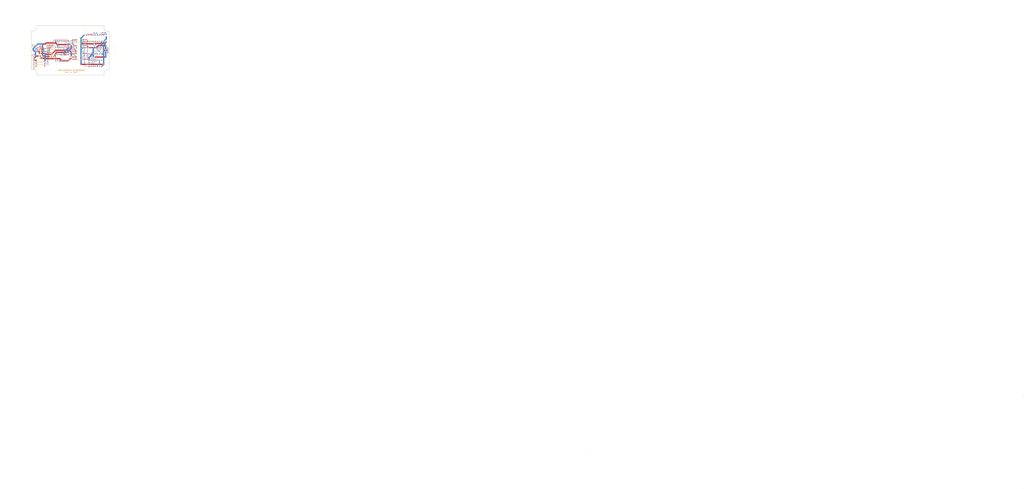
<source format=kicad_pcb>
(kicad_pcb (version 20171130) (host pcbnew "(5.1.10)-1")

  (general
    (thickness 1.6)
    (drawings 151)
    (tracks 459)
    (zones 0)
    (modules 58)
    (nets 62)
  )

  (page A4)
  (layers
    (0 F.Cu signal)
    (31 B.Cu signal)
    (32 B.Adhes user)
    (33 F.Adhes user)
    (34 B.Paste user)
    (35 F.Paste user)
    (36 B.SilkS user)
    (37 F.SilkS user)
    (38 B.Mask user)
    (39 F.Mask user)
    (40 Dwgs.User user)
    (41 Cmts.User user)
    (42 Eco1.User user)
    (43 Eco2.User user)
    (44 Edge.Cuts user)
    (45 Margin user)
    (46 B.CrtYd user)
    (47 F.CrtYd user)
    (48 B.Fab user)
    (49 F.Fab user hide)
  )

  (setup
    (last_trace_width 0.25)
    (user_trace_width 0.5)
    (user_trace_width 1)
    (user_trace_width 1.6)
    (trace_clearance 0.2)
    (zone_clearance 0.508)
    (zone_45_only no)
    (trace_min 0.2)
    (via_size 0.8)
    (via_drill 0.4)
    (via_min_size 0.4)
    (via_min_drill 0.3)
    (user_via 0.6 0.3)
    (user_via 1 0.5)
    (uvia_size 0.3)
    (uvia_drill 0.1)
    (uvias_allowed no)
    (uvia_min_size 0.2)
    (uvia_min_drill 0.1)
    (edge_width 0.05)
    (segment_width 0.2)
    (pcb_text_width 0.3)
    (pcb_text_size 1.5 1.5)
    (mod_edge_width 0.12)
    (mod_text_size 1 1)
    (mod_text_width 0.15)
    (pad_size 1.4 1.4)
    (pad_drill 0.8)
    (pad_to_mask_clearance 0)
    (aux_axis_origin 0 0)
    (visible_elements 7FFFFFFF)
    (pcbplotparams
      (layerselection 0x010fc_ffffffff)
      (usegerberextensions false)
      (usegerberattributes true)
      (usegerberadvancedattributes true)
      (creategerberjobfile true)
      (excludeedgelayer true)
      (linewidth 0.100000)
      (plotframeref false)
      (viasonmask false)
      (mode 1)
      (useauxorigin false)
      (hpglpennumber 1)
      (hpglpenspeed 20)
      (hpglpendiameter 15.000000)
      (psnegative false)
      (psa4output false)
      (plotreference true)
      (plotvalue true)
      (plotinvisibletext false)
      (padsonsilk false)
      (subtractmaskfromsilk false)
      (outputformat 1)
      (mirror false)
      (drillshape 1)
      (scaleselection 1)
      (outputdirectory ""))
  )

  (net 0 "")
  (net 1 GND)
  (net 2 "Net-(C1-Pad1)")
  (net 3 "Net-(C2-Pad1)")
  (net 4 "Net-(C3-Pad1)")
  (net 5 "Net-(C4-Pad1)")
  (net 6 +5V)
  (net 7 "Net-(C7-Pad2)")
  (net 8 "Net-(C7-Pad1)")
  (net 9 "Net-(C8-Pad2)")
  (net 10 "Net-(C8-Pad1)")
  (net 11 +5VD)
  (net 12 "Net-(C9-Pad1)")
  (net 13 "Net-(C10-Pad2)")
  (net 14 GNDD)
  (net 15 "Net-(CN1-Pad3)")
  (net 16 "Net-(CN1-Pad1)")
  (net 17 "Net-(IC1-Pad15)")
  (net 18 "Net-(IC1-Pad16)")
  (net 19 "Net-(IC1-Pad14)")
  (net 20 "Net-(IC1-Pad1)")
  (net 21 "Net-(IC1-Pad2)")
  (net 22 "Net-(IC1-Pad4)")
  (net 23 "Net-(IC1-Pad7)")
  (net 24 "Net-(IC1-Pad8)")
  (net 25 "Net-(IC1-Pad9)")
  (net 26 "Net-(IC1-Pad6)")
  (net 27 "Net-(IC2-Pad11)")
  (net 28 "Net-(IC2-Pad2)")
  (net 29 "Net-(IC2-Pad8)")
  (net 30 "Net-(IC2-Pad12)")
  (net 31 "Net-(IC2-Pad10)")
  (net 32 "Net-(IC2-Pad4)")
  (net 33 "Net-(IC2-Pad13)")
  (net 34 "Net-(IC2-Pad5)")
  (net 35 "Net-(IC10-Pad12)")
  (net 36 "Net-(IC3-Pad3)")
  (net 37 "Net-(IC3-Pad10)")
  (net 38 "Net-(IC3-Pad8)")
  (net 39 "Net-(IC3-Pad4)")
  (net 40 "Net-(IC3-Pad2)")
  (net 41 "Net-(IC3-Pad1)")
  (net 42 "Net-(IC4-Pad9)")
  (net 43 "Net-(IC4-Pad8)")
  (net 44 "Net-(IC4-Pad6)")
  (net 45 "Net-(IC10-Pad11)")
  (net 46 "Net-(IC5-Pad9)")
  (net 47 "Net-(IC5-Pad8)")
  (net 48 "Net-(IC5-Pad5)")
  (net 49 "Net-(IC6-Pad1)")
  (net 50 "Net-(IC7-Pad1)")
  (net 51 "Net-(IC8-Pad1)")
  (net 52 "Net-(IC9-Pad1)")
  (net 53 "Net-(IC10-Pad8)")
  (net 54 "Net-(IC10-Pad7)")
  (net 55 "Net-(IC10-Pad10)")
  (net 56 "Net-(IC10-Pad9)")
  (net 57 "Net-(LED1-Pad1)")
  (net 58 "Net-(LED2-Pad1)")
  (net 59 "Net-(LED3-Pad1)")
  (net 60 "Net-(IC3-Pad6)")
  (net 61 "Net-(IC3-Pad12)")

  (net_class Default "This is the default net class."
    (clearance 0.2)
    (trace_width 0.25)
    (via_dia 0.8)
    (via_drill 0.4)
    (uvia_dia 0.3)
    (uvia_drill 0.1)
    (add_net +5V)
    (add_net +5VD)
    (add_net GND)
    (add_net GNDD)
    (add_net "Net-(C1-Pad1)")
    (add_net "Net-(C10-Pad2)")
    (add_net "Net-(C2-Pad1)")
    (add_net "Net-(C3-Pad1)")
    (add_net "Net-(C4-Pad1)")
    (add_net "Net-(C7-Pad1)")
    (add_net "Net-(C7-Pad2)")
    (add_net "Net-(C8-Pad1)")
    (add_net "Net-(C8-Pad2)")
    (add_net "Net-(C9-Pad1)")
    (add_net "Net-(CN1-Pad1)")
    (add_net "Net-(CN1-Pad3)")
    (add_net "Net-(IC1-Pad1)")
    (add_net "Net-(IC1-Pad14)")
    (add_net "Net-(IC1-Pad15)")
    (add_net "Net-(IC1-Pad16)")
    (add_net "Net-(IC1-Pad2)")
    (add_net "Net-(IC1-Pad4)")
    (add_net "Net-(IC1-Pad6)")
    (add_net "Net-(IC1-Pad7)")
    (add_net "Net-(IC1-Pad8)")
    (add_net "Net-(IC1-Pad9)")
    (add_net "Net-(IC10-Pad10)")
    (add_net "Net-(IC10-Pad11)")
    (add_net "Net-(IC10-Pad12)")
    (add_net "Net-(IC10-Pad7)")
    (add_net "Net-(IC10-Pad8)")
    (add_net "Net-(IC10-Pad9)")
    (add_net "Net-(IC2-Pad10)")
    (add_net "Net-(IC2-Pad11)")
    (add_net "Net-(IC2-Pad12)")
    (add_net "Net-(IC2-Pad13)")
    (add_net "Net-(IC2-Pad2)")
    (add_net "Net-(IC2-Pad4)")
    (add_net "Net-(IC2-Pad5)")
    (add_net "Net-(IC2-Pad8)")
    (add_net "Net-(IC3-Pad1)")
    (add_net "Net-(IC3-Pad10)")
    (add_net "Net-(IC3-Pad12)")
    (add_net "Net-(IC3-Pad2)")
    (add_net "Net-(IC3-Pad3)")
    (add_net "Net-(IC3-Pad4)")
    (add_net "Net-(IC3-Pad6)")
    (add_net "Net-(IC3-Pad8)")
    (add_net "Net-(IC4-Pad6)")
    (add_net "Net-(IC4-Pad8)")
    (add_net "Net-(IC4-Pad9)")
    (add_net "Net-(IC5-Pad5)")
    (add_net "Net-(IC5-Pad8)")
    (add_net "Net-(IC5-Pad9)")
    (add_net "Net-(IC6-Pad1)")
    (add_net "Net-(IC7-Pad1)")
    (add_net "Net-(IC8-Pad1)")
    (add_net "Net-(IC9-Pad1)")
    (add_net "Net-(LED1-Pad1)")
    (add_net "Net-(LED2-Pad1)")
    (add_net "Net-(LED3-Pad1)")
  )

  (module MountingHole:MountingHole_2.5mm (layer F.Cu) (tedit 56D1B4CB) (tstamp 62C83E6D)
    (at 133.506025 115.634702)
    (descr "Mounting Hole 2.5mm, no annular")
    (tags "mounting hole 2.5mm no annular")
    (attr virtual)
    (fp_text reference REF** (at 0 -3.5) (layer F.SilkS) hide
      (effects (font (size 1 1) (thickness 0.15)))
    )
    (fp_text value MountingHole_2.5mm (at 0 3.5) (layer F.Fab) hide
      (effects (font (size 1 1) (thickness 0.15)))
    )
    (fp_circle (center 0 0) (end 2.5 0) (layer Cmts.User) (width 0.15))
    (fp_circle (center 0 0) (end 2.75 0) (layer F.CrtYd) (width 0.05))
    (fp_text user %R (at 0.3 0) (layer F.Fab) hide
      (effects (font (size 1 1) (thickness 0.15)))
    )
    (pad 1 np_thru_hole circle (at 0 0) (size 2.5 2.5) (drill 2.5) (layers *.Cu *.Mask))
  )

  (module 74HC:74HC-14pins (layer F.Cu) (tedit 62C793E5) (tstamp 62CB94BA)
    (at 199.39 107.315 90)
    (path /62D58967)
    (fp_text reference IC3 (at 0 -10.795 90) (layer F.SilkS)
      (effects (font (size 1 1) (thickness 0.25)))
    )
    (fp_text value 74ACT14 (at 0 -12.7 90) (layer F.Fab)
      (effects (font (size 1 1) (thickness 0.15)))
    )
    (fp_line (start -2.9 -9.3) (end -1.016 -9.3) (layer F.SilkS) (width 0.25))
    (fp_line (start 1.016 -9.3) (end 2.9 -9.3) (layer F.SilkS) (width 0.25))
    (fp_line (start -2.9 9.3) (end -2.9 -9.3) (layer F.SilkS) (width 0.25))
    (fp_circle (center -5.08 -7.62) (end -4.88 -7.62) (layer F.SilkS) (width 0.25))
    (fp_line (start 2.9 9.3) (end 2.9 -9.3) (layer F.SilkS) (width 0.25))
    (fp_line (start -2.9 9.3) (end 2.9 9.3) (layer F.SilkS) (width 0.25))
    (fp_poly (pts (xy -4.88 -7.62) (xy -5.08 -7.42) (xy -5.28 -7.62) (xy -5.08 -7.82)) (layer F.SilkS) (width 0.1))
    (fp_arc (start 0 -9.3) (end -1.016 -9.3) (angle -180) (layer F.SilkS) (width 0.25))
    (pad 11 thru_hole circle (at 3.81 0 90) (size 1.4 1.4) (drill 0.8) (layers *.Cu *.Mask)
      (net 35 "Net-(IC10-Pad12)"))
    (pad 3 thru_hole circle (at -3.81 -2.54 90) (size 1.4 1.4) (drill 0.8) (layers *.Cu *.Mask)
      (net 36 "Net-(IC3-Pad3)"))
    (pad 9 thru_hole circle (at 3.81 5.08 90) (size 1.4 1.4) (drill 0.8) (layers *.Cu *.Mask)
      (net 14 GNDD))
    (pad 8 thru_hole circle (at 3.81 7.62 90) (size 1.4 1.4) (drill 0.8) (layers *.Cu *.Mask)
      (net 38 "Net-(IC3-Pad8)"))
    (pad 6 thru_hole circle (at -3.81 5.08 90) (size 1.4 1.4) (drill 0.8) (layers *.Cu *.Mask)
      (net 60 "Net-(IC3-Pad6)"))
    (pad 12 thru_hole circle (at 3.81 -2.54 90) (size 1.4 1.4) (drill 0.8) (layers *.Cu *.Mask)
      (net 61 "Net-(IC3-Pad12)"))
    (pad 10 thru_hole circle (at 3.81 2.54 90) (size 1.4 1.4) (drill 0.8) (layers *.Cu *.Mask)
      (net 37 "Net-(IC3-Pad10)"))
    (pad 4 thru_hole circle (at -3.81 0 90) (size 1.4 1.4) (drill 0.8) (layers *.Cu *.Mask)
      (net 39 "Net-(IC3-Pad4)"))
    (pad 7 thru_hole circle (at -3.81 7.62 90) (size 1.4 1.4) (drill 0.8) (layers *.Cu *.Mask)
      (net 14 GNDD))
    (pad 13 thru_hole circle (at 3.81 -5.08 90) (size 1.4 1.4) (drill 0.8) (layers *.Cu *.Mask)
      (net 37 "Net-(IC3-Pad10)"))
    (pad 14 thru_hole circle (at 3.81 -7.62 90) (size 1.4 1.4) (drill 0.8) (layers *.Cu *.Mask)
      (net 11 +5VD))
    (pad 5 thru_hole circle (at -3.81 2.54 90) (size 1.4 1.4) (drill 0.8) (layers *.Cu *.Mask)
      (net 14 GNDD))
    (pad 2 thru_hole circle (at -3.81 -5.08 90) (size 1.4 1.4) (drill 0.8) (layers *.Cu *.Mask)
      (net 40 "Net-(IC3-Pad2)"))
    (pad 1 thru_hole rect (at -3.81 -7.62 90) (size 1.4 1.4) (drill 0.8) (layers *.Cu *.Mask)
      (net 41 "Net-(IC3-Pad1)"))
  )

  (module DC-DC-Converter:SS5-5S400 (layer B.Cu) (tedit 62C7B153) (tstamp 62CB6A49)
    (at 184.15 92.075)
    (path /62BF0827)
    (fp_text reference U2 (at 0 10.295) (layer B.SilkS)
      (effects (font (size 1 1) (thickness 0.25)) (justify mirror))
    )
    (fp_text value SS5-5S400 (at 0 11.295) (layer B.Fab)
      (effects (font (size 1 1) (thickness 0.15)) (justify mirror))
    )
    (fp_line (start 16.51 10.64) (end -16.49 10.64) (layer B.SilkS) (width 0.25))
    (fp_line (start 16.51 10.64) (end 16.51 -10.36) (layer B.SilkS) (width 0.25))
    (fp_line (start 16.51 -10.36) (end -16.49 -10.36) (layer B.SilkS) (width 0.25))
    (fp_line (start -16.49 -10.36) (end -16.49 10.64) (layer B.SilkS) (width 0.25))
    (pad "" thru_hole circle (at -11.43 -10.16) (size 2.1 2.1) (drill 1.4) (layers *.Cu *.Mask))
    (pad 4 thru_hole circle (at 13.97 -7.62) (size 2.5 2.5) (drill 1.8) (layers *.Cu *.Mask)
      (net 14 GNDD))
    (pad 3 thru_hole circle (at 13.97 7.62) (size 2.5 2.5) (drill 1.8) (layers *.Cu *.Mask)
      (net 11 +5VD))
    (pad 2 thru_hole circle (at -13.97 -7.62) (size 2.5 2.5) (drill 1.8) (layers *.Cu *.Mask)
      (net 1 GND))
    (pad 1 thru_hole circle (at -13.97 7.62) (size 2.5 2.5) (drill 1.8) (layers *.Cu *.Mask)
      (net 6 +5V))
  )

  (module 74HC:74HC-14pins (layer F.Cu) (tedit 62C793E5) (tstamp 62CB7111)
    (at 158.75 83.82 270)
    (path /62D190D1)
    (fp_text reference IC2 (at 0 -10.795 90) (layer F.SilkS)
      (effects (font (size 1 1) (thickness 0.25)))
    )
    (fp_text value 74ACT14 (at 0 -12.7 90) (layer F.Fab)
      (effects (font (size 1 1) (thickness 0.15)))
    )
    (fp_poly (pts (xy -4.88 -7.62) (xy -5.08 -7.42) (xy -5.28 -7.62) (xy -5.08 -7.82)) (layer F.SilkS) (width 0.1))
    (fp_line (start -2.9 9.3) (end 2.9 9.3) (layer F.SilkS) (width 0.25))
    (fp_line (start 2.9 9.3) (end 2.9 -9.3) (layer F.SilkS) (width 0.25))
    (fp_circle (center -5.08 -7.62) (end -4.88 -7.62) (layer F.SilkS) (width 0.25))
    (fp_line (start -2.9 9.3) (end -2.9 -9.3) (layer F.SilkS) (width 0.25))
    (fp_line (start 1.016 -9.3) (end 2.9 -9.3) (layer F.SilkS) (width 0.25))
    (fp_line (start -2.9 -9.3) (end -1.016 -9.3) (layer F.SilkS) (width 0.25))
    (fp_arc (start 0 -9.3) (end -1.016 -9.3) (angle -180) (layer F.SilkS) (width 0.25))
    (pad 11 thru_hole circle (at 3.81 0 270) (size 1.4 1.4) (drill 0.8) (layers *.Cu *.Mask)
      (net 27 "Net-(IC2-Pad11)"))
    (pad 3 thru_hole circle (at -3.81 -2.54 270) (size 1.4 1.4) (drill 0.8) (layers *.Cu *.Mask)
      (net 28 "Net-(IC2-Pad2)"))
    (pad 9 thru_hole circle (at 3.81 5.08 270) (size 1.4 1.4) (drill 0.8) (layers *.Cu *.Mask)
      (net 1 GND))
    (pad 8 thru_hole circle (at 3.81 7.62 270) (size 1.4 1.4) (drill 0.8) (layers *.Cu *.Mask)
      (net 29 "Net-(IC2-Pad8)"))
    (pad 6 thru_hole circle (at -3.81 5.08 270) (size 1.4 1.4) (drill 0.8) (layers *.Cu *.Mask)
      (net 22 "Net-(IC1-Pad4)"))
    (pad 12 thru_hole circle (at 3.81 -2.54 270) (size 1.4 1.4) (drill 0.8) (layers *.Cu *.Mask)
      (net 30 "Net-(IC2-Pad12)"))
    (pad 10 thru_hole circle (at 3.81 2.54 270) (size 1.4 1.4) (drill 0.8) (layers *.Cu *.Mask)
      (net 31 "Net-(IC2-Pad10)"))
    (pad 4 thru_hole circle (at -3.81 0 270) (size 1.4 1.4) (drill 0.8) (layers *.Cu *.Mask)
      (net 32 "Net-(IC2-Pad4)"))
    (pad 7 thru_hole circle (at -3.81 7.62 270) (size 1.4 1.4) (drill 0.8) (layers *.Cu *.Mask)
      (net 1 GND))
    (pad 13 thru_hole circle (at 3.81 -5.08 270) (size 1.4 1.4) (drill 0.8) (layers *.Cu *.Mask)
      (net 33 "Net-(IC2-Pad13)"))
    (pad 14 thru_hole circle (at 3.81 -7.62 270) (size 1.4 1.4) (drill 0.8) (layers *.Cu *.Mask)
      (net 6 +5V))
    (pad 5 thru_hole circle (at -3.81 2.54 270) (size 1.4 1.4) (drill 0.8) (layers *.Cu *.Mask)
      (net 34 "Net-(IC2-Pad5)"))
    (pad 2 thru_hole circle (at -3.81 -5.08 270) (size 1.4 1.4) (drill 0.8) (layers *.Cu *.Mask)
      (net 28 "Net-(IC2-Pad2)"))
    (pad 1 thru_hole rect (at -3.81 -7.62 270) (size 1.4 1.4) (drill 0.8) (layers *.Cu *.Mask)
      (net 20 "Net-(IC1-Pad1)"))
  )

  (module IC:VO618A-4 (layer F.Cu) (tedit 62C7AC54) (tstamp 62C80519)
    (at 180.34 93.98 180)
    (path /62EA6959)
    (fp_text reference IC8 (at 0 -3.945) (layer F.SilkS)
      (effects (font (size 1 1) (thickness 0.25)))
    )
    (fp_text value VO618A-4 (at 0 -4.945) (layer F.Fab)
      (effects (font (size 1 1) (thickness 0.15)))
    )
    (fp_line (start 2.794 -2.286) (end -2.794 -2.286) (layer F.SilkS) (width 0.25))
    (fp_line (start 2.794 2.286) (end -2.794 2.286) (layer F.SilkS) (width 0.25))
    (fp_line (start 2.794 2.286) (end 2.794 -2.286) (layer F.SilkS) (width 0.25))
    (fp_line (start -2.794 -2.286) (end -2.794 2.286) (layer F.SilkS) (width 0.25))
    (fp_circle (center -1.778 -1.27) (end -1.598395 -1.27) (layer F.SilkS) (width 0.3))
    (pad 4 thru_hole circle (at 3.81 -1.27 180) (size 1.4 1.4) (drill 0.8) (layers *.Cu *.Mask)
      (net 33 "Net-(IC2-Pad13)"))
    (pad 3 thru_hole circle (at 3.81 1.27 180) (size 1.4 1.4) (drill 0.8) (layers *.Cu *.Mask)
      (net 1 GND))
    (pad 2 thru_hole circle (at -3.81 1.27 180) (size 1.4 1.4) (drill 0.8) (layers *.Cu *.Mask)
      (net 61 "Net-(IC3-Pad12)"))
    (pad 1 thru_hole circle (at -3.81 -1.27 180) (size 1.4 1.4) (drill 0.8) (layers *.Cu *.Mask)
      (net 51 "Net-(IC8-Pad1)"))
  )

  (module C:C-3mm (layer F.Cu) (tedit 62C79239) (tstamp 62CBA2F4)
    (at 209.955 69.85 180)
    (path /631FEF35)
    (fp_text reference C7 (at 0 -6.485) (layer F.SilkS)
      (effects (font (size 1 1) (thickness 0.25)))
    )
    (fp_text value 1uf (at 0 -7.485) (layer F.Fab)
      (effects (font (size 1 1) (thickness 0.15)))
    )
    (fp_line (start 0.635 0) (end 0.254 0) (layer F.SilkS) (width 0.25))
    (fp_line (start 0.254 -0.508) (end 0.254 0.508) (layer F.SilkS) (width 0.25))
    (fp_line (start -0.254 -0.508) (end -0.254 0.508) (layer F.SilkS) (width 0.25))
    (fp_line (start -0.635 0) (end -0.254 0) (layer F.SilkS) (width 0.25))
    (pad 2 thru_hole circle (at 1.5 0 180) (size 1.4 1.4) (drill 0.8) (layers *.Cu *.Mask)
      (net 7 "Net-(C7-Pad2)"))
    (pad 1 thru_hole circle (at -1.5 0 180) (size 1.4 1.4) (drill 0.8) (layers *.Cu *.Mask)
      (net 8 "Net-(C7-Pad1)"))
  )

  (module XH_connector:S3B-XH-A (layer F.Cu) (tedit 62C7EC75) (tstamp 62C88F33)
    (at 214.63 91.52753 90)
    (path /634475AC)
    (fp_text reference CN1 (at 0 -2.675 90) (layer F.SilkS)
      (effects (font (size 1 1) (thickness 0.25)))
    )
    (fp_text value B3P-XH (at 0 -3.675 90) (layer F.Fab)
      (effects (font (size 1 1) (thickness 0.15)))
    )
    (fp_line (start -4.95 9.2) (end -4.95 2.2) (layer F.SilkS) (width 0.3))
    (fp_line (start -4.95 9.2) (end 4.95 9.2) (layer F.SilkS) (width 0.3))
    (fp_line (start 4.95 2.2) (end 4.95 -2.3) (layer F.SilkS) (width 0.3))
    (fp_line (start -4.95 2.2) (end 4.95 2.2) (layer F.SilkS) (width 0.3))
    (fp_line (start -4.95 2.2) (end -4.95 -2.3) (layer F.SilkS) (width 0.3))
    (fp_line (start 4.95 9.2) (end 4.95 2.2) (layer F.SilkS) (width 0.3))
    (pad 3 thru_hole circle (at 2.5 0 90) (size 1.6 1.6) (drill 1) (layers *.Cu *.Mask)
      (net 15 "Net-(CN1-Pad3)"))
    (pad 1 thru_hole rect (at -2.5 0 90) (size 1.6 1.6) (drill 1) (layers *.Cu *.Mask)
      (net 16 "Net-(CN1-Pad1)"))
    (pad 2 thru_hole circle (at 0 0 90) (size 1.6 1.6) (drill 1) (layers *.Cu *.Mask)
      (net 14 GNDD))
  )

  (module R:R (layer F.Cu) (tedit 620D98D3) (tstamp 62C87F13)
    (at 127.635 107.315)
    (path /62C815DF)
    (fp_text reference R5 (at 5.334 0.1524) (layer F.SilkS)
      (effects (font (size 1 1) (thickness 0.15)))
    )
    (fp_text value 330 (at 5.08 -2.286) (layer F.Fab)
      (effects (font (size 1 1) (thickness 0.15)))
    )
    (fp_line (start 8.35 1.4208) (end 8.35 -1.3192) (layer F.SilkS) (width 0.3))
    (fp_line (start 10.16 0.0508) (end 8.23 0.0508) (layer F.Fab) (width 0.1))
    (fp_line (start 1.93 -1.1992) (end 1.93 1.3008) (layer F.Fab) (width 0.1))
    (fp_line (start 0 0.0508) (end 1.93 0.0508) (layer F.Fab) (width 0.1))
    (fp_line (start 1.81 -1.3192) (end 1.81 1.4208) (layer F.SilkS) (width 0.3))
    (fp_line (start 9.12 0.0508) (end 8.35 0.0508) (layer F.SilkS) (width 0.3))
    (fp_line (start 1.81 1.4208) (end 8.35 1.4208) (layer F.SilkS) (width 0.3))
    (fp_line (start 8.23 -1.1992) (end 1.93 -1.1992) (layer F.Fab) (width 0.1))
    (fp_line (start 8.35 -1.3192) (end 1.81 -1.3192) (layer F.SilkS) (width 0.3))
    (fp_line (start 1.04 0.0508) (end 1.81 0.0508) (layer F.SilkS) (width 0.3))
    (fp_line (start 1.93 1.3008) (end 8.23 1.3008) (layer F.Fab) (width 0.1))
    (fp_line (start 8.23 1.3008) (end 8.23 -1.1992) (layer F.Fab) (width 0.1))
    (fp_text user L6.3mm_D2.5mm_P10mm (at 7.62 2.92) (layer F.Fab)
      (effects (font (size 1 1) (thickness 0.15)))
    )
    (pad 2 thru_hole circle (at 10.16 0.0508) (size 1.4 1.4) (drill 0.8) (layers *.Cu *.Mask)
      (net 5 "Net-(C4-Pad1)"))
    (pad 1 thru_hole circle (at 0 0.0508) (size 1.4 1.4) (drill 0.8) (layers *.Cu *.Mask)
      (net 59 "Net-(LED3-Pad1)"))
  )

  (module R:R (layer F.Cu) (tedit 620D98D3) (tstamp 62C87F00)
    (at 127.635 110.49)
    (path /62BF24FA)
    (fp_text reference R4 (at 5.334 0.1524) (layer F.SilkS)
      (effects (font (size 1 1) (thickness 0.15)))
    )
    (fp_text value 330 (at 5.08 -2.286) (layer F.Fab)
      (effects (font (size 1 1) (thickness 0.15)))
    )
    (fp_line (start 8.35 1.4208) (end 8.35 -1.3192) (layer F.SilkS) (width 0.3))
    (fp_line (start 10.16 0.0508) (end 8.23 0.0508) (layer F.Fab) (width 0.1))
    (fp_line (start 1.93 -1.1992) (end 1.93 1.3008) (layer F.Fab) (width 0.1))
    (fp_line (start 0 0.0508) (end 1.93 0.0508) (layer F.Fab) (width 0.1))
    (fp_line (start 1.81 -1.3192) (end 1.81 1.4208) (layer F.SilkS) (width 0.3))
    (fp_line (start 9.12 0.0508) (end 8.35 0.0508) (layer F.SilkS) (width 0.3))
    (fp_line (start 1.81 1.4208) (end 8.35 1.4208) (layer F.SilkS) (width 0.3))
    (fp_line (start 8.23 -1.1992) (end 1.93 -1.1992) (layer F.Fab) (width 0.1))
    (fp_line (start 8.35 -1.3192) (end 1.81 -1.3192) (layer F.SilkS) (width 0.3))
    (fp_line (start 1.04 0.0508) (end 1.81 0.0508) (layer F.SilkS) (width 0.3))
    (fp_line (start 1.93 1.3008) (end 8.23 1.3008) (layer F.Fab) (width 0.1))
    (fp_line (start 8.23 1.3008) (end 8.23 -1.1992) (layer F.Fab) (width 0.1))
    (fp_text user L6.3mm_D2.5mm_P10mm (at 7.62 2.92) (layer F.Fab)
      (effects (font (size 1 1) (thickness 0.15)))
    )
    (pad 2 thru_hole circle (at 10.16 0.0508) (size 1.4 1.4) (drill 0.8) (layers *.Cu *.Mask)
      (net 5 "Net-(C4-Pad1)"))
    (pad 1 thru_hole circle (at 0 0.0508) (size 1.4 1.4) (drill 0.8) (layers *.Cu *.Mask)
      (net 58 "Net-(LED2-Pad1)"))
  )

  (module R:R (layer F.Cu) (tedit 620D98D3) (tstamp 62C87EED)
    (at 127.635 104.14)
    (path /62CA04CF)
    (fp_text reference R3 (at 5.334 0.1524) (layer F.SilkS)
      (effects (font (size 1 1) (thickness 0.15)))
    )
    (fp_text value 330 (at 5.08 -2.286) (layer F.Fab)
      (effects (font (size 1 1) (thickness 0.15)))
    )
    (fp_line (start 8.35 1.4208) (end 8.35 -1.3192) (layer F.SilkS) (width 0.3))
    (fp_line (start 10.16 0.0508) (end 8.23 0.0508) (layer F.Fab) (width 0.1))
    (fp_line (start 1.93 -1.1992) (end 1.93 1.3008) (layer F.Fab) (width 0.1))
    (fp_line (start 0 0.0508) (end 1.93 0.0508) (layer F.Fab) (width 0.1))
    (fp_line (start 1.81 -1.3192) (end 1.81 1.4208) (layer F.SilkS) (width 0.3))
    (fp_line (start 9.12 0.0508) (end 8.35 0.0508) (layer F.SilkS) (width 0.3))
    (fp_line (start 1.81 1.4208) (end 8.35 1.4208) (layer F.SilkS) (width 0.3))
    (fp_line (start 8.23 -1.1992) (end 1.93 -1.1992) (layer F.Fab) (width 0.1))
    (fp_line (start 8.35 -1.3192) (end 1.81 -1.3192) (layer F.SilkS) (width 0.3))
    (fp_line (start 1.04 0.0508) (end 1.81 0.0508) (layer F.SilkS) (width 0.3))
    (fp_line (start 1.93 1.3008) (end 8.23 1.3008) (layer F.Fab) (width 0.1))
    (fp_line (start 8.23 1.3008) (end 8.23 -1.1992) (layer F.Fab) (width 0.1))
    (fp_text user L6.3mm_D2.5mm_P10mm (at 7.62 2.92) (layer F.Fab)
      (effects (font (size 1 1) (thickness 0.15)))
    )
    (pad 2 thru_hole circle (at 10.16 0.0508) (size 1.4 1.4) (drill 0.8) (layers *.Cu *.Mask)
      (net 6 +5V))
    (pad 1 thru_hole circle (at 0 0.0508) (size 1.4 1.4) (drill 0.8) (layers *.Cu *.Mask)
      (net 57 "Net-(LED1-Pad1)"))
  )

  (module led-OS:led-os (layer F.Cu) (tedit 60D1399D) (tstamp 62C87EB6)
    (at 124.46 107.315 90)
    (path /62C815E5)
    (fp_text reference LED3 (at 0.0508 -2.6924 90) (layer F.SilkS)
      (effects (font (size 1 1) (thickness 0.15)))
    )
    (fp_text value RXLED (at 0 3.3528 90) (layer F.Fab)
      (effects (font (size 1 1) (thickness 0.15)))
    )
    (fp_line (start -0.9144 1.6) (end 0.9144 1.6) (layer F.SilkS) (width 0.3))
    (fp_line (start -0.7874 2.1336) (end -0.1524 2.1336) (layer F.SilkS) (width 0.12))
    (fp_line (start -0.1524 2.1336) (end -0.1524 1.8796) (layer F.SilkS) (width 0.12))
    (fp_line (start -0.1524 1.8796) (end 0.2286 2.1336) (layer F.SilkS) (width 0.12))
    (fp_line (start 0.2286 2.1336) (end -0.1524 2.3876) (layer F.SilkS) (width 0.12))
    (fp_line (start -0.1524 2.3876) (end -0.1524 2.1336) (layer F.SilkS) (width 0.12))
    (fp_line (start 0.2286 1.8796) (end 0.2286 2.3876) (layer F.SilkS) (width 0.12))
    (fp_line (start 0.2286 2.3876) (end 0.2286 2.1336) (layer F.SilkS) (width 0.12))
    (fp_line (start 0.2286 2.1336) (end 0.6096 2.1336) (layer F.SilkS) (width 0.12))
    (fp_line (start 0.6096 2.1336) (end 0.8636 2.1336) (layer F.SilkS) (width 0.12))
    (fp_arc (start 0 0) (end 0.9144 1.6) (angle -300.5) (layer F.SilkS) (width 0.3))
    (pad 1 thru_hole circle (at -1.27 0 180) (size 1.4 1.4) (drill 1) (layers *.Cu *.Mask)
      (net 59 "Net-(LED3-Pad1)"))
    (pad 2 thru_hole circle (at 1.27 0 180) (size 1.4 1.4) (drill 1) (layers *.Cu *.Mask)
      (net 23 "Net-(IC1-Pad7)"))
  )

  (module led-OS:led-os (layer F.Cu) (tedit 60D1399D) (tstamp 62C87EA5)
    (at 124.46 112.395 90)
    (path /62C7AD0D)
    (fp_text reference LED2 (at 0.0508 -2.6924 90) (layer F.SilkS)
      (effects (font (size 1 1) (thickness 0.15)))
    )
    (fp_text value TXLED (at 0 3.3528 90) (layer F.Fab)
      (effects (font (size 1 1) (thickness 0.15)))
    )
    (fp_line (start -0.9144 1.6) (end 0.9144 1.6) (layer F.SilkS) (width 0.3))
    (fp_line (start -0.7874 2.1336) (end -0.1524 2.1336) (layer F.SilkS) (width 0.12))
    (fp_line (start -0.1524 2.1336) (end -0.1524 1.8796) (layer F.SilkS) (width 0.12))
    (fp_line (start -0.1524 1.8796) (end 0.2286 2.1336) (layer F.SilkS) (width 0.12))
    (fp_line (start 0.2286 2.1336) (end -0.1524 2.3876) (layer F.SilkS) (width 0.12))
    (fp_line (start -0.1524 2.3876) (end -0.1524 2.1336) (layer F.SilkS) (width 0.12))
    (fp_line (start 0.2286 1.8796) (end 0.2286 2.3876) (layer F.SilkS) (width 0.12))
    (fp_line (start 0.2286 2.3876) (end 0.2286 2.1336) (layer F.SilkS) (width 0.12))
    (fp_line (start 0.2286 2.1336) (end 0.6096 2.1336) (layer F.SilkS) (width 0.12))
    (fp_line (start 0.6096 2.1336) (end 0.8636 2.1336) (layer F.SilkS) (width 0.12))
    (fp_arc (start 0 0) (end 0.9144 1.6) (angle -300.5) (layer F.SilkS) (width 0.3))
    (pad 1 thru_hole circle (at -1.27 0 180) (size 1.4 1.4) (drill 1) (layers *.Cu *.Mask)
      (net 58 "Net-(LED2-Pad1)"))
    (pad 2 thru_hole circle (at 1.27 0 180) (size 1.4 1.4) (drill 1) (layers *.Cu *.Mask)
      (net 19 "Net-(IC1-Pad14)"))
  )

  (module led-OS:led-os (layer F.Cu) (tedit 60D1399D) (tstamp 62C87E94)
    (at 124.46 102.235 90)
    (path /62C75A4A)
    (fp_text reference LED1 (at 0.0508 -2.6924 90) (layer F.SilkS)
      (effects (font (size 1 1) (thickness 0.15)))
    )
    (fp_text value PWRLED (at 0 3.3528 90) (layer F.Fab)
      (effects (font (size 1 1) (thickness 0.15)))
    )
    (fp_line (start -0.9144 1.6) (end 0.9144 1.6) (layer F.SilkS) (width 0.3))
    (fp_line (start -0.7874 2.1336) (end -0.1524 2.1336) (layer F.SilkS) (width 0.12))
    (fp_line (start -0.1524 2.1336) (end -0.1524 1.8796) (layer F.SilkS) (width 0.12))
    (fp_line (start -0.1524 1.8796) (end 0.2286 2.1336) (layer F.SilkS) (width 0.12))
    (fp_line (start 0.2286 2.1336) (end -0.1524 2.3876) (layer F.SilkS) (width 0.12))
    (fp_line (start -0.1524 2.3876) (end -0.1524 2.1336) (layer F.SilkS) (width 0.12))
    (fp_line (start 0.2286 1.8796) (end 0.2286 2.3876) (layer F.SilkS) (width 0.12))
    (fp_line (start 0.2286 2.3876) (end 0.2286 2.1336) (layer F.SilkS) (width 0.12))
    (fp_line (start 0.2286 2.1336) (end 0.6096 2.1336) (layer F.SilkS) (width 0.12))
    (fp_line (start 0.6096 2.1336) (end 0.8636 2.1336) (layer F.SilkS) (width 0.12))
    (fp_arc (start 0 0) (end 0.9144 1.6) (angle -300.5) (layer F.SilkS) (width 0.3))
    (pad 1 thru_hole circle (at -1.27 0 180) (size 1.4 1.4) (drill 1) (layers *.Cu *.Mask)
      (net 57 "Net-(LED1-Pad1)"))
    (pad 2 thru_hole circle (at 1.27 0 180) (size 1.4 1.4) (drill 1) (layers *.Cu *.Mask)
      (net 1 GND))
  )

  (module C_1608:C1608C0G1H682J (layer F.Cu) (tedit 620DF480) (tstamp 62C874A3)
    (at 140.97 86.233 270)
    (path /62C3540D)
    (attr smd)
    (fp_text reference R9 (at 0.254 1.778 90) (layer F.SilkS)
      (effects (font (size 1 1) (thickness 0.15)))
    )
    (fp_text value 10k (at 0 -1.778 90) (layer F.Fab)
      (effects (font (size 1 1) (thickness 0.15)))
    )
    (fp_line (start 0.8 -0.7) (end -0.8 -0.7) (layer F.SilkS) (width 0.3))
    (fp_line (start 0.8 0.7) (end -0.8 0.7) (layer F.SilkS) (width 0.3))
    (fp_line (start -0.8 0.4) (end -0.8 -0.4) (layer F.Fab) (width 0.1))
    (fp_text user " " (at 0 0 90) (layer F.SilkS)
      (effects (font (size 1.27 1.27) (thickness 0.15)))
    )
    (pad 2 smd rect (at 0.8 0 270) (size 1 1) (layers F.Cu F.Paste F.Mask)
      (net 26 "Net-(IC1-Pad6)"))
    (pad 1 smd rect (at -0.8 0 270) (size 1 1) (layers F.Cu F.Paste F.Mask)
      (net 5 "Net-(C4-Pad1)"))
  )

  (module C_1608:C1608C0G1H682J (layer F.Cu) (tedit 620DF480) (tstamp 62C8746D)
    (at 144.907 86.233 270)
    (path /62C34C0F)
    (attr smd)
    (fp_text reference R8 (at 0.254 1.778 90) (layer F.SilkS)
      (effects (font (size 1 1) (thickness 0.15)))
    )
    (fp_text value 10k (at 0 -1.778 90) (layer F.Fab)
      (effects (font (size 1 1) (thickness 0.15)))
    )
    (fp_line (start 0.8 -0.7) (end -0.8 -0.7) (layer F.SilkS) (width 0.3))
    (fp_line (start 0.8 0.7) (end -0.8 0.7) (layer F.SilkS) (width 0.3))
    (fp_line (start -0.8 0.4) (end -0.8 -0.4) (layer F.Fab) (width 0.1))
    (fp_text user " " (at 0 0 90) (layer F.SilkS)
      (effects (font (size 1.27 1.27) (thickness 0.15)))
    )
    (pad 2 smd rect (at 0.8 0 270) (size 1 1) (layers F.Cu F.Paste F.Mask)
      (net 21 "Net-(IC1-Pad2)"))
    (pad 1 smd rect (at -0.8 0 270) (size 1 1) (layers F.Cu F.Paste F.Mask)
      (net 5 "Net-(C4-Pad1)"))
  )

  (module C_1608:C1608C0G1H682J (layer F.Cu) (tedit 620DF480) (tstamp 62C87488)
    (at 142.875 86.233 270)
    (path /62C34430)
    (attr smd)
    (fp_text reference R7 (at 0.254 1.778 90) (layer F.SilkS)
      (effects (font (size 1 1) (thickness 0.15)))
    )
    (fp_text value 10k (at 0 -1.778 90) (layer F.Fab)
      (effects (font (size 1 1) (thickness 0.15)))
    )
    (fp_line (start 0.8 -0.7) (end -0.8 -0.7) (layer F.SilkS) (width 0.3))
    (fp_line (start 0.8 0.7) (end -0.8 0.7) (layer F.SilkS) (width 0.3))
    (fp_line (start -0.8 0.4) (end -0.8 -0.4) (layer F.Fab) (width 0.1))
    (fp_text user " " (at 0 0 90) (layer F.SilkS)
      (effects (font (size 1.27 1.27) (thickness 0.15)))
    )
    (pad 2 smd rect (at 0.8 0 270) (size 1 1) (layers F.Cu F.Paste F.Mask)
      (net 22 "Net-(IC1-Pad4)"))
    (pad 1 smd rect (at -0.8 0 270) (size 1 1) (layers F.Cu F.Paste F.Mask)
      (net 5 "Net-(C4-Pad1)"))
  )

  (module C_1608:C1608C0G1H682J (layer F.Cu) (tedit 620DF480) (tstamp 62C874BE)
    (at 146.812 86.233 270)
    (path /62C335AE)
    (attr smd)
    (fp_text reference R6 (at 0.254 1.778 90) (layer F.SilkS)
      (effects (font (size 1 1) (thickness 0.15)))
    )
    (fp_text value 10k (at 0 -1.778 90) (layer F.Fab)
      (effects (font (size 1 1) (thickness 0.15)))
    )
    (fp_line (start 0.8 -0.7) (end -0.8 -0.7) (layer F.SilkS) (width 0.3))
    (fp_line (start 0.8 0.7) (end -0.8 0.7) (layer F.SilkS) (width 0.3))
    (fp_line (start -0.8 0.4) (end -0.8 -0.4) (layer F.Fab) (width 0.1))
    (fp_text user " " (at 0 0 90) (layer F.SilkS)
      (effects (font (size 1.27 1.27) (thickness 0.15)))
    )
    (pad 2 smd rect (at 0.8 0 270) (size 1 1) (layers F.Cu F.Paste F.Mask)
      (net 20 "Net-(IC1-Pad1)"))
    (pad 1 smd rect (at -0.8 0 270) (size 1 1) (layers F.Cu F.Paste F.Mask)
      (net 5 "Net-(C4-Pad1)"))
  )

  (module MountingHole:MountingHole_2.5mm (layer F.Cu) (tedit 56D1B4CB) (tstamp 62C83E6D)
    (at 204.626025 115.634702)
    (descr "Mounting Hole 2.5mm, no annular")
    (tags "mounting hole 2.5mm no annular")
    (attr virtual)
    (fp_text reference REF** (at 0 -3.5) (layer F.SilkS) hide
      (effects (font (size 1 1) (thickness 0.15)))
    )
    (fp_text value MountingHole_2.5mm (at 0 3.5) (layer F.Fab) hide
      (effects (font (size 1 1) (thickness 0.15)))
    )
    (fp_circle (center 0 0) (end 2.5 0) (layer Cmts.User) (width 0.15))
    (fp_circle (center 0 0) (end 2.75 0) (layer F.CrtYd) (width 0.05))
    (fp_text user %R (at 0.3 0) (layer F.Fab) hide
      (effects (font (size 1 1) (thickness 0.15)))
    )
    (pad 1 np_thru_hole circle (at 0 0) (size 2.5 2.5) (drill 2.5) (layers *.Cu *.Mask))
  )

  (module MountingHole:MountingHole_2.5mm (layer F.Cu) (tedit 56D1B4CB) (tstamp 62C83DD5)
    (at 204.626025 67.374702)
    (descr "Mounting Hole 2.5mm, no annular")
    (tags "mounting hole 2.5mm no annular")
    (attr virtual)
    (fp_text reference REF** (at 0 -3.5) (layer F.SilkS) hide
      (effects (font (size 1 1) (thickness 0.15)))
    )
    (fp_text value MountingHole_2.5mm (at 0 3.5) (layer F.Fab) hide
      (effects (font (size 1 1) (thickness 0.15)))
    )
    (fp_circle (center 0 0) (end 2.5 0) (layer Cmts.User) (width 0.15))
    (fp_circle (center 0 0) (end 2.75 0) (layer F.CrtYd) (width 0.05))
    (fp_text user %R (at 0.3 0) (layer F.Fab) hide
      (effects (font (size 1 1) (thickness 0.15)))
    )
    (pad 1 np_thru_hole circle (at 0 0) (size 2.5 2.5) (drill 2.5) (layers *.Cu *.Mask))
  )

  (module MountingHole:MountingHole_2.5mm (layer F.Cu) (tedit 56D1B4CB) (tstamp 62CBCEF0)
    (at 133.506025 67.374702)
    (descr "Mounting Hole 2.5mm, no annular")
    (tags "mounting hole 2.5mm no annular")
    (attr virtual)
    (fp_text reference REF** (at 0 -3.5) (layer F.SilkS) hide
      (effects (font (size 1 1) (thickness 0.15)))
    )
    (fp_text value MountingHole_2.5mm (at 0 3.5) (layer F.Fab) hide
      (effects (font (size 1 1) (thickness 0.15)))
    )
    (fp_circle (center 0 0) (end 2.5 0) (layer Cmts.User) (width 0.15))
    (fp_circle (center 0 0) (end 2.75 0) (layer F.CrtYd) (width 0.05))
    (fp_text user %R (at 0.3 0) (layer F.Fab) hide
      (effects (font (size 1 1) (thickness 0.15)))
    )
    (pad 1 np_thru_hole circle (at 0 0) (size 2.5 2.5) (drill 2.5) (layers *.Cu *.Mask))
  )

  (module cn_connector:USB-B (layer F.Cu) (tedit 6226DAE0) (tstamp 62CBB756)
    (at 127.635 91.52753 90)
    (path /62BE4FB1)
    (fp_text reference U1 (at 0 -7.12 90) (layer F.SilkS)
      (effects (font (size 1 1) (thickness 0.15)))
    )
    (fp_text value USB-B (at 0 -8.12 90) (layer F.Fab)
      (effects (font (size 1 1) (thickness 0.15)))
    )
    (fp_line (start -6 2.5) (end -6 -14) (layer F.SilkS) (width 0.25))
    (fp_line (start -6 2.5) (end 6 2.5) (layer F.SilkS) (width 0.25))
    (fp_line (start 6 2.5) (end 6 -14) (layer F.SilkS) (width 0.25))
    (fp_line (start -6 -14) (end 6 -14) (layer F.SilkS) (width 0.25))
    (pad 2 thru_hole circle (at 1.25 1 90) (size 1.6 1.6) (drill 0.9) (layers *.Cu *.Mask)
      (net 3 "Net-(C2-Pad1)"))
    (pad 1 thru_hole circle (at -1.25 1 90) (size 1.6 1.6) (drill 0.9) (layers *.Cu *.Mask)
      (net 2 "Net-(C1-Pad1)"))
    (pad 3 thru_hole circle (at 1.25 -1 90) (size 1.6 1.6) (drill 0.9) (layers *.Cu *.Mask)
      (net 4 "Net-(C3-Pad1)"))
    (pad 4 thru_hole circle (at -1.25 -1 90) (size 1.6 1.6) (drill 0.9) (layers *.Cu *.Mask)
      (net 1 GND))
    (pad 5 thru_hole circle (at 6 -3.71 90) (size 2.9 2.9) (drill 2.3) (layers *.Cu *.Mask))
    (pad 6 thru_hole circle (at -6 -3.71 90) (size 2.9 2.9) (drill 2.3) (layers *.Cu *.Mask))
  )

  (module C_1608:C1608C0G1H682J (layer F.Cu) (tedit 620DF480) (tstamp 62C8062E)
    (at 186.855 102.235 180)
    (path /62EE14A8)
    (attr smd)
    (fp_text reference R17 (at 0.254 1.778) (layer F.SilkS)
      (effects (font (size 1 1) (thickness 0.15)))
    )
    (fp_text value 300 (at 0 -1.778) (layer F.Fab)
      (effects (font (size 1 1) (thickness 0.15)))
    )
    (fp_line (start 0.8 -0.7) (end -0.8 -0.7) (layer F.SilkS) (width 0.3))
    (fp_line (start 0.8 0.7) (end -0.8 0.7) (layer F.SilkS) (width 0.3))
    (fp_line (start -0.8 0.4) (end -0.8 -0.4) (layer F.Fab) (width 0.1))
    (fp_text user " " (at 0 0) (layer F.SilkS)
      (effects (font (size 1.27 1.27) (thickness 0.15)))
    )
    (pad 2 smd rect (at 0.8 0 180) (size 1 1) (layers F.Cu F.Paste F.Mask)
      (net 52 "Net-(IC9-Pad1)"))
    (pad 1 smd rect (at -0.8 0 180) (size 1 1) (layers F.Cu F.Paste F.Mask)
      (net 11 +5VD))
  )

  (module C_1608:C1608C0G1H682J (layer F.Cu) (tedit 620DF480) (tstamp 62C80624)
    (at 186.855 95.25 180)
    (path /62ED9BCB)
    (attr smd)
    (fp_text reference R16 (at 0.254 1.778) (layer F.SilkS)
      (effects (font (size 1 1) (thickness 0.15)))
    )
    (fp_text value 300 (at 0 -1.778) (layer F.Fab)
      (effects (font (size 1 1) (thickness 0.15)))
    )
    (fp_line (start 0.8 -0.7) (end -0.8 -0.7) (layer F.SilkS) (width 0.3))
    (fp_line (start 0.8 0.7) (end -0.8 0.7) (layer F.SilkS) (width 0.3))
    (fp_line (start -0.8 0.4) (end -0.8 -0.4) (layer F.Fab) (width 0.1))
    (fp_text user " " (at 0 0) (layer F.SilkS)
      (effects (font (size 1.27 1.27) (thickness 0.15)))
    )
    (pad 2 smd rect (at 0.8 0 180) (size 1 1) (layers F.Cu F.Paste F.Mask)
      (net 51 "Net-(IC8-Pad1)"))
    (pad 1 smd rect (at -0.8 0 180) (size 1 1) (layers F.Cu F.Paste F.Mask)
      (net 11 +5VD))
  )

  (module C_1608:C1608C0G1H682J (layer F.Cu) (tedit 620DF480) (tstamp 62C8061A)
    (at 186.855 85.725 180)
    (path /62DD5F99)
    (attr smd)
    (fp_text reference R15 (at 0.254 1.778) (layer F.SilkS)
      (effects (font (size 1 1) (thickness 0.15)))
    )
    (fp_text value 2k (at 0 -1.778) (layer F.Fab)
      (effects (font (size 1 1) (thickness 0.15)))
    )
    (fp_line (start 0.8 -0.7) (end -0.8 -0.7) (layer F.SilkS) (width 0.3))
    (fp_line (start 0.8 0.7) (end -0.8 0.7) (layer F.SilkS) (width 0.3))
    (fp_line (start -0.8 0.4) (end -0.8 -0.4) (layer F.Fab) (width 0.1))
    (fp_text user " " (at 0 0) (layer F.SilkS)
      (effects (font (size 1.27 1.27) (thickness 0.15)))
    )
    (pad 2 smd rect (at 0.8 0 180) (size 1 1) (layers F.Cu F.Paste F.Mask)
      (net 36 "Net-(IC3-Pad3)"))
    (pad 1 smd rect (at -0.8 0 180) (size 1 1) (layers F.Cu F.Paste F.Mask)
      (net 11 +5VD))
  )

  (module C_1608:C1608C0G1H682J (layer F.Cu) (tedit 620DF480) (tstamp 62C80610)
    (at 186.855 78.74 180)
    (path /62DEB7B4)
    (attr smd)
    (fp_text reference R14 (at 0.254 1.778) (layer F.SilkS)
      (effects (font (size 1 1) (thickness 0.15)))
    )
    (fp_text value 2k (at 0 -1.778) (layer F.Fab)
      (effects (font (size 1 1) (thickness 0.15)))
    )
    (fp_line (start 0.8 -0.7) (end -0.8 -0.7) (layer F.SilkS) (width 0.3))
    (fp_line (start 0.8 0.7) (end -0.8 0.7) (layer F.SilkS) (width 0.3))
    (fp_line (start -0.8 0.4) (end -0.8 -0.4) (layer F.Fab) (width 0.1))
    (fp_text user " " (at 0 0) (layer F.SilkS)
      (effects (font (size 1.27 1.27) (thickness 0.15)))
    )
    (pad 2 smd rect (at 0.8 0 180) (size 1 1) (layers F.Cu F.Paste F.Mask)
      (net 41 "Net-(IC3-Pad1)"))
    (pad 1 smd rect (at -0.8 0 180) (size 1 1) (layers F.Cu F.Paste F.Mask)
      (net 11 +5VD))
  )

  (module C_1608:C1608C0G1H682J (layer F.Cu) (tedit 620DF480) (tstamp 62C80606)
    (at 173.825 85.725)
    (path /62D9EF01)
    (attr smd)
    (fp_text reference R13 (at 0.254 1.778) (layer F.SilkS)
      (effects (font (size 1 1) (thickness 0.15)))
    )
    (fp_text value 300 (at 0 -1.778) (layer F.Fab)
      (effects (font (size 1 1) (thickness 0.15)))
    )
    (fp_line (start 0.8 -0.7) (end -0.8 -0.7) (layer F.SilkS) (width 0.3))
    (fp_line (start 0.8 0.7) (end -0.8 0.7) (layer F.SilkS) (width 0.3))
    (fp_line (start -0.8 0.4) (end -0.8 -0.4) (layer F.Fab) (width 0.1))
    (fp_text user " " (at 0 -0.635) (layer F.SilkS)
      (effects (font (size 1.27 1.27) (thickness 0.15)))
    )
    (pad 2 smd rect (at 0.8 0) (size 1 1) (layers F.Cu F.Paste F.Mask)
      (net 50 "Net-(IC7-Pad1)"))
    (pad 1 smd rect (at -0.8 0) (size 1 1) (layers F.Cu F.Paste F.Mask)
      (net 6 +5V))
  )

  (module C_1608:C1608C0G1H682J (layer F.Cu) (tedit 620DF480) (tstamp 62C805FC)
    (at 173.825 102.235)
    (path /62ECDC84)
    (attr smd)
    (fp_text reference R12 (at 0.254 1.778) (layer F.SilkS)
      (effects (font (size 1 1) (thickness 0.15)))
    )
    (fp_text value 2k (at 0 -1.778) (layer F.Fab)
      (effects (font (size 1 1) (thickness 0.15)))
    )
    (fp_line (start 0.8 -0.7) (end -0.8 -0.7) (layer F.SilkS) (width 0.3))
    (fp_line (start 0.8 0.7) (end -0.8 0.7) (layer F.SilkS) (width 0.3))
    (fp_line (start -0.8 0.4) (end -0.8 -0.4) (layer F.Fab) (width 0.1))
    (fp_text user " " (at 0 0) (layer F.SilkS)
      (effects (font (size 1.27 1.27) (thickness 0.15)))
    )
    (pad 2 smd rect (at 0.8 0) (size 1 1) (layers F.Cu F.Paste F.Mask)
      (net 27 "Net-(IC2-Pad11)"))
    (pad 1 smd rect (at -0.8 0) (size 1 1) (layers F.Cu F.Paste F.Mask)
      (net 6 +5V))
  )

  (module C_1608:C1608C0G1H682J (layer F.Cu) (tedit 620DF480) (tstamp 62CB79DB)
    (at 173.825 95.25)
    (path /62EC9D92)
    (attr smd)
    (fp_text reference R11 (at 0.254 1.778) (layer F.SilkS)
      (effects (font (size 1 1) (thickness 0.15)))
    )
    (fp_text value 2k (at 0 -1.778) (layer F.Fab)
      (effects (font (size 1 1) (thickness 0.15)))
    )
    (fp_line (start 0.8 -0.7) (end -0.8 -0.7) (layer F.SilkS) (width 0.3))
    (fp_line (start 0.8 0.7) (end -0.8 0.7) (layer F.SilkS) (width 0.3))
    (fp_line (start -0.8 0.4) (end -0.8 -0.4) (layer F.Fab) (width 0.1))
    (fp_text user " " (at 0 0) (layer F.SilkS)
      (effects (font (size 1.27 1.27) (thickness 0.15)))
    )
    (pad 2 smd rect (at 0.8 0) (size 1 1) (layers F.Cu F.Paste F.Mask)
      (net 33 "Net-(IC2-Pad13)"))
    (pad 1 smd rect (at -0.8 0) (size 1 1) (layers F.Cu F.Paste F.Mask)
      (net 6 +5V))
  )

  (module C_1608:C1608C0G1H682J (layer F.Cu) (tedit 620DF480) (tstamp 62C805E8)
    (at 173.825 78.74)
    (path /62E4346D)
    (attr smd)
    (fp_text reference R10 (at 0.254 1.778) (layer F.SilkS)
      (effects (font (size 1 1) (thickness 0.15)))
    )
    (fp_text value 300 (at 0 -1.778) (layer F.Fab)
      (effects (font (size 1 1) (thickness 0.15)))
    )
    (fp_line (start 0.8 -0.7) (end -0.8 -0.7) (layer F.SilkS) (width 0.3))
    (fp_line (start 0.8 0.7) (end -0.8 0.7) (layer F.SilkS) (width 0.3))
    (fp_line (start -0.8 0.4) (end -0.8 -0.4) (layer F.Fab) (width 0.1))
    (fp_text user " " (at 0 0) (layer F.SilkS)
      (effects (font (size 1.27 1.27) (thickness 0.15)))
    )
    (pad 2 smd rect (at 0.8 0) (size 1 1) (layers F.Cu F.Paste F.Mask)
      (net 49 "Net-(IC6-Pad1)"))
    (pad 1 smd rect (at -0.8 0) (size 1 1) (layers F.Cu F.Paste F.Mask)
      (net 6 +5V))
  )

  (module C_1608:C1608C0G1H682J (layer F.Cu) (tedit 620DF480) (tstamp 62C80574)
    (at 137.795 89.535)
    (path /62C01FFA)
    (attr smd)
    (fp_text reference R2 (at 0.254 1.778) (layer F.SilkS)
      (effects (font (size 1 1) (thickness 0.15)))
    )
    (fp_text value 27 (at 0 -1.778) (layer F.Fab)
      (effects (font (size 1 1) (thickness 0.15)))
    )
    (fp_line (start 0.8 -0.7) (end -0.8 -0.7) (layer F.SilkS) (width 0.3))
    (fp_line (start 0.8 0.7) (end -0.8 0.7) (layer F.SilkS) (width 0.3))
    (fp_line (start -0.8 0.4) (end -0.8 -0.4) (layer F.Fab) (width 0.1))
    (fp_text user " " (at 0 0) (layer F.SilkS)
      (effects (font (size 1.27 1.27) (thickness 0.15)))
    )
    (pad 2 smd rect (at 0.8 0) (size 1 1) (layers F.Cu F.Paste F.Mask)
      (net 24 "Net-(IC1-Pad8)"))
    (pad 1 smd rect (at -0.8 0) (size 1 1) (layers F.Cu F.Paste F.Mask)
      (net 4 "Net-(C3-Pad1)"))
  )

  (module C_1608:C1608C0G1H682J (layer F.Cu) (tedit 620DF480) (tstamp 62C8056A)
    (at 137.795 92.71)
    (path /62C026D4)
    (attr smd)
    (fp_text reference R1 (at 0.254 1.778) (layer F.SilkS)
      (effects (font (size 1 1) (thickness 0.15)))
    )
    (fp_text value 27 (at 0 -1.778) (layer F.Fab)
      (effects (font (size 1 1) (thickness 0.15)))
    )
    (fp_line (start 0.8 -0.7) (end -0.8 -0.7) (layer F.SilkS) (width 0.3))
    (fp_line (start 0.8 0.7) (end -0.8 0.7) (layer F.SilkS) (width 0.3))
    (fp_line (start -0.8 0.4) (end -0.8 -0.4) (layer F.Fab) (width 0.1))
    (fp_text user " " (at 0 0) (layer F.SilkS)
      (effects (font (size 1.27 1.27) (thickness 0.15)))
    )
    (pad 2 smd rect (at 0.8 0) (size 1 1) (layers F.Cu F.Paste F.Mask)
      (net 25 "Net-(IC1-Pad9)"))
    (pad 1 smd rect (at -0.8 0) (size 1 1) (layers F.Cu F.Paste F.Mask)
      (net 3 "Net-(C2-Pad1)"))
  )

  (module 74HC:74HC-16pins (layer F.Cu) (tedit 62C79441) (tstamp 62C80542)
    (at 200.66 76.835 270)
    (path /62BF1894)
    (fp_text reference IC10 (at 0 11.43 90) (layer F.SilkS)
      (effects (font (size 1 1) (thickness 0.25)))
    )
    (fp_text value ADM232LJN (at 0 -11.93 90) (layer F.Fab)
      (effects (font (size 1 1) (thickness 0.15)))
    )
    (fp_poly (pts (xy -4.88 -8.89) (xy -5.08 -8.69) (xy -5.28 -8.89) (xy -5.08 -9.09)) (layer F.SilkS) (width 0.1))
    (fp_line (start -2.9 -9.9) (end -1.016 -9.9) (layer F.SilkS) (width 0.25))
    (fp_line (start -2.9 9.9) (end 2.9 9.9) (layer F.SilkS) (width 0.25))
    (fp_line (start 2.9 9.9) (end 2.9 -9.9) (layer F.SilkS) (width 0.25))
    (fp_line (start 1.016 -9.9) (end 2.9 -9.9) (layer F.SilkS) (width 0.25))
    (fp_line (start -2.9 9.9) (end -2.9 -9.9) (layer F.SilkS) (width 0.25))
    (fp_circle (center -5.08 -8.89) (end -4.88 -8.89) (layer F.SilkS) (width 0.25))
    (fp_arc (start 0 -9.9) (end -1.016 -9.9) (angle -180) (layer F.SilkS) (width 0.25))
    (pad 8 thru_hole circle (at -3.81 8.89 270) (size 1.4 1.4) (drill 0.8) (layers *.Cu *.Mask)
      (net 53 "Net-(IC10-Pad8)"))
    (pad 7 thru_hole circle (at -3.81 6.35 270) (size 1.4 1.4) (drill 0.8) (layers *.Cu *.Mask)
      (net 54 "Net-(IC10-Pad7)"))
    (pad 13 thru_hole circle (at 3.81 -1.27 270) (size 1.4 1.4) (drill 0.8) (layers *.Cu *.Mask)
      (net 16 "Net-(CN1-Pad1)"))
    (pad 5 thru_hole circle (at -3.81 1.27 270) (size 1.4 1.4) (drill 0.8) (layers *.Cu *.Mask)
      (net 9 "Net-(C8-Pad2)"))
    (pad 3 thru_hole circle (at -3.81 -3.81 270) (size 1.4 1.4) (drill 0.8) (layers *.Cu *.Mask)
      (net 7 "Net-(C7-Pad2)"))
    (pad 14 thru_hole circle (at 3.81 -3.81 270) (size 1.4 1.4) (drill 0.8) (layers *.Cu *.Mask)
      (net 15 "Net-(CN1-Pad3)"))
    (pad 12 thru_hole circle (at 3.81 1.27 270) (size 1.4 1.4) (drill 0.8) (layers *.Cu *.Mask)
      (net 35 "Net-(IC10-Pad12)"))
    (pad 6 thru_hole circle (at -3.81 3.81 270) (size 1.4 1.4) (drill 0.8) (layers *.Cu *.Mask)
      (net 13 "Net-(C10-Pad2)"))
    (pad 10 thru_hole circle (at 3.81 6.35 270) (size 1.4 1.4) (drill 0.8) (layers *.Cu *.Mask)
      (net 55 "Net-(IC10-Pad10)"))
    (pad 11 thru_hole circle (at 3.81 3.81 270) (size 1.4 1.4) (drill 0.8) (layers *.Cu *.Mask)
      (net 45 "Net-(IC10-Pad11)"))
    (pad 15 thru_hole circle (at 3.81 -6.35 270) (size 1.4 1.4) (drill 0.8) (layers *.Cu *.Mask)
      (net 14 GNDD))
    (pad 9 thru_hole circle (at 3.81 8.89 270) (size 1.4 1.4) (drill 0.8) (layers *.Cu *.Mask)
      (net 56 "Net-(IC10-Pad9)"))
    (pad 16 thru_hole circle (at 3.81 -8.89 270) (size 1.4 1.4) (drill 0.8) (layers *.Cu *.Mask)
      (net 11 +5VD))
    (pad 1 thru_hole rect (at -3.81 -8.89 270) (size 1.4 1.4) (drill 0.8) (layers *.Cu *.Mask)
      (net 8 "Net-(C7-Pad1)"))
    (pad 4 thru_hole circle (at -3.81 -1.27 270) (size 1.4 1.4) (drill 0.8) (layers *.Cu *.Mask)
      (net 10 "Net-(C8-Pad1)"))
    (pad 2 thru_hole circle (at -3.81 -6.35 270) (size 1.4 1.4) (drill 0.8) (layers *.Cu *.Mask)
      (net 12 "Net-(C9-Pad1)"))
  )

  (module IC:VO618A-4 (layer F.Cu) (tedit 62C7AC54) (tstamp 62C80526)
    (at 180.34 100.965 180)
    (path /62EA2FDA)
    (fp_text reference IC9 (at 0 -3.945) (layer F.SilkS)
      (effects (font (size 1 1) (thickness 0.25)))
    )
    (fp_text value VO618A-4 (at 0 -4.945) (layer F.Fab)
      (effects (font (size 1 1) (thickness 0.15)))
    )
    (fp_line (start 2.794 -2.286) (end -2.794 -2.286) (layer F.SilkS) (width 0.25))
    (fp_line (start 2.794 2.286) (end -2.794 2.286) (layer F.SilkS) (width 0.25))
    (fp_line (start 2.794 2.286) (end 2.794 -2.286) (layer F.SilkS) (width 0.25))
    (fp_line (start -2.794 -2.286) (end -2.794 2.286) (layer F.SilkS) (width 0.25))
    (fp_circle (center -1.778 -1.27) (end -1.598395 -1.27) (layer F.SilkS) (width 0.3))
    (pad 4 thru_hole circle (at 3.81 -1.27 180) (size 1.4 1.4) (drill 0.8) (layers *.Cu *.Mask)
      (net 27 "Net-(IC2-Pad11)"))
    (pad 3 thru_hole circle (at 3.81 1.27 180) (size 1.4 1.4) (drill 0.8) (layers *.Cu *.Mask)
      (net 1 GND))
    (pad 2 thru_hole circle (at -3.81 1.27 180) (size 1.4 1.4) (drill 0.8) (layers *.Cu *.Mask)
      (net 37 "Net-(IC3-Pad10)"))
    (pad 1 thru_hole circle (at -3.81 -1.27 180) (size 1.4 1.4) (drill 0.8) (layers *.Cu *.Mask)
      (net 52 "Net-(IC9-Pad1)"))
  )

  (module IC:VO618A-4 (layer F.Cu) (tedit 62C7AC54) (tstamp 62C8050C)
    (at 180.34 86.995)
    (path /62D4912D)
    (fp_text reference IC7 (at 0 -3.945) (layer F.SilkS)
      (effects (font (size 1 1) (thickness 0.25)))
    )
    (fp_text value VO618A-4 (at 0 -4.945) (layer F.Fab)
      (effects (font (size 1 1) (thickness 0.15)))
    )
    (fp_line (start 2.794 -2.286) (end -2.794 -2.286) (layer F.SilkS) (width 0.25))
    (fp_line (start 2.794 2.286) (end -2.794 2.286) (layer F.SilkS) (width 0.25))
    (fp_line (start 2.794 2.286) (end 2.794 -2.286) (layer F.SilkS) (width 0.25))
    (fp_line (start -2.794 -2.286) (end -2.794 2.286) (layer F.SilkS) (width 0.25))
    (fp_circle (center -1.778 -1.27) (end -1.598395 -1.27) (layer F.SilkS) (width 0.3))
    (pad 4 thru_hole circle (at 3.81 -1.27) (size 1.4 1.4) (drill 0.8) (layers *.Cu *.Mask)
      (net 36 "Net-(IC3-Pad3)"))
    (pad 3 thru_hole circle (at 3.81 1.27) (size 1.4 1.4) (drill 0.8) (layers *.Cu *.Mask)
      (net 14 GNDD))
    (pad 2 thru_hole circle (at -3.81 1.27) (size 1.4 1.4) (drill 0.8) (layers *.Cu *.Mask)
      (net 28 "Net-(IC2-Pad2)"))
    (pad 1 thru_hole circle (at -3.81 -1.27) (size 1.4 1.4) (drill 0.8) (layers *.Cu *.Mask)
      (net 50 "Net-(IC7-Pad1)"))
  )

  (module IC:VO618A-4 (layer F.Cu) (tedit 62C7AC54) (tstamp 62C804FF)
    (at 180.34 80.01)
    (path /62C64C06)
    (fp_text reference IC6 (at 0 -3.945) (layer F.SilkS)
      (effects (font (size 1 1) (thickness 0.25)))
    )
    (fp_text value VO618A-4 (at 0 -4.945) (layer F.Fab)
      (effects (font (size 1 1) (thickness 0.15)))
    )
    (fp_line (start 2.794 -2.286) (end -2.794 -2.286) (layer F.SilkS) (width 0.25))
    (fp_line (start 2.794 2.286) (end -2.794 2.286) (layer F.SilkS) (width 0.25))
    (fp_line (start 2.794 2.286) (end 2.794 -2.286) (layer F.SilkS) (width 0.25))
    (fp_line (start -2.794 -2.286) (end -2.794 2.286) (layer F.SilkS) (width 0.25))
    (fp_circle (center -1.778 -1.27) (end -1.598395 -1.27) (layer F.SilkS) (width 0.3))
    (pad 4 thru_hole circle (at 3.81 -1.27) (size 1.4 1.4) (drill 0.8) (layers *.Cu *.Mask)
      (net 41 "Net-(IC3-Pad1)"))
    (pad 3 thru_hole circle (at 3.81 1.27) (size 1.4 1.4) (drill 0.8) (layers *.Cu *.Mask)
      (net 14 GNDD))
    (pad 2 thru_hole circle (at -3.81 1.27) (size 1.4 1.4) (drill 0.8) (layers *.Cu *.Mask)
      (net 32 "Net-(IC2-Pad4)"))
    (pad 1 thru_hole circle (at -3.81 -1.27) (size 1.4 1.4) (drill 0.8) (layers *.Cu *.Mask)
      (net 49 "Net-(IC6-Pad1)"))
  )

  (module 74HC:74HC-14pins (layer F.Cu) (tedit 62C793E5) (tstamp 62CB648C)
    (at 158.75 100.33 270)
    (path /62FB2886)
    (fp_text reference IC5 (at 0 -10.795 90) (layer F.SilkS)
      (effects (font (size 1 1) (thickness 0.25)))
    )
    (fp_text value 74HC74 (at 0 -12.7 90) (layer F.Fab)
      (effects (font (size 1 1) (thickness 0.15)))
    )
    (fp_poly (pts (xy -4.88 -7.62) (xy -5.08 -7.42) (xy -5.28 -7.62) (xy -5.08 -7.82)) (layer F.SilkS) (width 0.1))
    (fp_line (start -2.9 9.3) (end 2.9 9.3) (layer F.SilkS) (width 0.25))
    (fp_line (start 2.9 9.3) (end 2.9 -9.3) (layer F.SilkS) (width 0.25))
    (fp_circle (center -5.08 -7.62) (end -4.88 -7.62) (layer F.SilkS) (width 0.25))
    (fp_line (start -2.9 9.3) (end -2.9 -9.3) (layer F.SilkS) (width 0.25))
    (fp_line (start 1.016 -9.3) (end 2.9 -9.3) (layer F.SilkS) (width 0.25))
    (fp_line (start -2.9 -9.3) (end -1.016 -9.3) (layer F.SilkS) (width 0.25))
    (fp_arc (start 0 -9.3) (end -1.016 -9.3) (angle -180) (layer F.SilkS) (width 0.25))
    (pad 11 thru_hole circle (at 3.81 0 270) (size 1.4 1.4) (drill 0.8) (layers *.Cu *.Mask)
      (net 6 +5V))
    (pad 3 thru_hole circle (at -3.81 -2.54 270) (size 1.4 1.4) (drill 0.8) (layers *.Cu *.Mask)
      (net 6 +5V))
    (pad 9 thru_hole circle (at 3.81 5.08 270) (size 1.4 1.4) (drill 0.8) (layers *.Cu *.Mask)
      (net 46 "Net-(IC5-Pad9)"))
    (pad 8 thru_hole circle (at 3.81 7.62 270) (size 1.4 1.4) (drill 0.8) (layers *.Cu *.Mask)
      (net 47 "Net-(IC5-Pad8)"))
    (pad 6 thru_hole circle (at -3.81 5.08 270) (size 1.4 1.4) (drill 0.8) (layers *.Cu *.Mask)
      (net 34 "Net-(IC2-Pad5)"))
    (pad 12 thru_hole circle (at 3.81 -2.54 270) (size 1.4 1.4) (drill 0.8) (layers *.Cu *.Mask)
      (net 6 +5V))
    (pad 10 thru_hole circle (at 3.81 2.54 270) (size 1.4 1.4) (drill 0.8) (layers *.Cu *.Mask)
      (net 6 +5V))
    (pad 4 thru_hole circle (at -3.81 0 270) (size 1.4 1.4) (drill 0.8) (layers *.Cu *.Mask)
      (net 30 "Net-(IC2-Pad12)"))
    (pad 7 thru_hole circle (at -3.81 7.62 270) (size 1.4 1.4) (drill 0.8) (layers *.Cu *.Mask)
      (net 1 GND))
    (pad 13 thru_hole circle (at 3.81 -5.08 270) (size 1.4 1.4) (drill 0.8) (layers *.Cu *.Mask)
      (net 6 +5V))
    (pad 14 thru_hole circle (at 3.81 -7.62 270) (size 1.4 1.4) (drill 0.8) (layers *.Cu *.Mask)
      (net 6 +5V))
    (pad 5 thru_hole circle (at -3.81 2.54 270) (size 1.4 1.4) (drill 0.8) (layers *.Cu *.Mask)
      (net 48 "Net-(IC5-Pad5)"))
    (pad 2 thru_hole circle (at -3.81 -5.08 270) (size 1.4 1.4) (drill 0.8) (layers *.Cu *.Mask)
      (net 6 +5V))
    (pad 1 thru_hole rect (at -3.81 -7.62 270) (size 1.4 1.4) (drill 0.8) (layers *.Cu *.Mask)
      (net 31 "Net-(IC2-Pad10)"))
  )

  (module 74HC:74HC-14pins (layer F.Cu) (tedit 62C793E5) (tstamp 62CBB6DD)
    (at 199.39 92.075 90)
    (path /62DFEC94)
    (fp_text reference IC4 (at 0 -10.795 90) (layer F.SilkS)
      (effects (font (size 1 1) (thickness 0.25)))
    )
    (fp_text value 74HC74 (at 0 -12.7 90) (layer F.Fab)
      (effects (font (size 1 1) (thickness 0.15)))
    )
    (fp_poly (pts (xy -4.88 -7.62) (xy -5.08 -7.42) (xy -5.28 -7.62) (xy -5.08 -7.82)) (layer F.SilkS) (width 0.1))
    (fp_line (start -2.9 9.3) (end 2.9 9.3) (layer F.SilkS) (width 0.25))
    (fp_line (start 2.9 9.3) (end 2.9 -9.3) (layer F.SilkS) (width 0.25))
    (fp_circle (center -5.08 -7.62) (end -4.88 -7.62) (layer F.SilkS) (width 0.25))
    (fp_line (start -2.9 9.3) (end -2.9 -9.3) (layer F.SilkS) (width 0.25))
    (fp_line (start 1.016 -9.3) (end 2.9 -9.3) (layer F.SilkS) (width 0.25))
    (fp_line (start -2.9 -9.3) (end -1.016 -9.3) (layer F.SilkS) (width 0.25))
    (fp_arc (start 0 -9.3) (end -1.016 -9.3) (angle -180) (layer F.SilkS) (width 0.25))
    (pad 11 thru_hole circle (at 3.81 0 90) (size 1.4 1.4) (drill 0.8) (layers *.Cu *.Mask)
      (net 11 +5VD))
    (pad 3 thru_hole circle (at -3.81 -2.54 90) (size 1.4 1.4) (drill 0.8) (layers *.Cu *.Mask)
      (net 11 +5VD))
    (pad 9 thru_hole circle (at 3.81 5.08 90) (size 1.4 1.4) (drill 0.8) (layers *.Cu *.Mask)
      (net 42 "Net-(IC4-Pad9)"))
    (pad 8 thru_hole circle (at 3.81 7.62 90) (size 1.4 1.4) (drill 0.8) (layers *.Cu *.Mask)
      (net 43 "Net-(IC4-Pad8)"))
    (pad 6 thru_hole circle (at -3.81 5.08 90) (size 1.4 1.4) (drill 0.8) (layers *.Cu *.Mask)
      (net 44 "Net-(IC4-Pad6)"))
    (pad 12 thru_hole circle (at 3.81 -2.54 90) (size 1.4 1.4) (drill 0.8) (layers *.Cu *.Mask)
      (net 11 +5VD))
    (pad 10 thru_hole circle (at 3.81 2.54 90) (size 1.4 1.4) (drill 0.8) (layers *.Cu *.Mask)
      (net 11 +5VD))
    (pad 4 thru_hole circle (at -3.81 0 90) (size 1.4 1.4) (drill 0.8) (layers *.Cu *.Mask)
      (net 40 "Net-(IC3-Pad2)"))
    (pad 7 thru_hole circle (at -3.81 7.62 90) (size 1.4 1.4) (drill 0.8) (layers *.Cu *.Mask)
      (net 14 GNDD))
    (pad 13 thru_hole circle (at 3.81 -5.08 90) (size 1.4 1.4) (drill 0.8) (layers *.Cu *.Mask)
      (net 11 +5VD))
    (pad 14 thru_hole circle (at 3.81 -7.62 90) (size 1.4 1.4) (drill 0.8) (layers *.Cu *.Mask)
      (net 11 +5VD))
    (pad 5 thru_hole circle (at -3.81 2.54 90) (size 1.4 1.4) (drill 0.8) (layers *.Cu *.Mask)
      (net 45 "Net-(IC10-Pad11)"))
    (pad 2 thru_hole circle (at -3.81 -5.08 90) (size 1.4 1.4) (drill 0.8) (layers *.Cu *.Mask)
      (net 11 +5VD))
    (pad 1 thru_hole rect (at -3.81 -7.62 90) (size 1.4 1.4) (drill 0.8) (layers *.Cu *.Mask)
      (net 39 "Net-(IC3-Pad4)"))
  )

  (module IC:FT230XS (layer F.Cu) (tedit 62C79998) (tstamp 62C8048A)
    (at 142.875 91.44 270)
    (path /62BE7B14)
    (fp_text reference IC1 (at 0 -3.81 90) (layer F.SilkS)
      (effects (font (size 1 1) (thickness 0.25)))
    )
    (fp_text value FT230XS (at 0 -5.715 90) (layer F.Fab)
      (effects (font (size 1 1) (thickness 0.15)))
    )
    (fp_line (start 1.99132 2.49932) (end 1.99132 -2.49932) (layer F.SilkS) (width 0.25))
    (fp_line (start -1.99132 -2.49932) (end -1.99132 2.49932) (layer F.SilkS) (width 0.25))
    (fp_line (start -1.99132 2.49932) (end 1.99132 2.49932) (layer F.SilkS) (width 0.25))
    (fp_line (start 1.99132 -2.49932) (end -1.99132 -2.49932) (layer F.SilkS) (width 0.25))
    (fp_arc (start 0 -2.49932) (end 0.508 -2.49932) (angle 180) (layer F.SilkS) (width 0.25))
    (pad 15 smd rect (at 2.7178 -1.5875 270) (size 0.9144 0.4064) (layers F.Cu F.Paste F.Mask)
      (net 17 "Net-(IC1-Pad15)"))
    (pad 16 smd rect (at 2.7178 -2.2225 270) (size 0.9144 0.4064) (layers F.Cu F.Paste F.Mask)
      (net 18 "Net-(IC1-Pad16)"))
    (pad 14 smd rect (at 2.7178 -0.9525 270) (size 0.9144 0.4064) (layers F.Cu F.Paste F.Mask)
      (net 19 "Net-(IC1-Pad14)"))
    (pad 1 smd rect (at -2.7178 -2.2225 270) (size 0.9144 0.4064) (layers F.Cu F.Paste F.Mask)
      (net 20 "Net-(IC1-Pad1)"))
    (pad 2 smd rect (at -2.7178 -1.5875 270) (size 0.9144 0.4064) (layers F.Cu F.Paste F.Mask)
      (net 21 "Net-(IC1-Pad2)"))
    (pad 4 smd rect (at -2.7178 -0.3175 270) (size 0.9144 0.4064) (layers F.Cu F.Paste F.Mask)
      (net 22 "Net-(IC1-Pad4)"))
    (pad 3 smd rect (at -2.7178 -0.9525 270) (size 0.9144 0.4064) (layers F.Cu F.Paste F.Mask)
      (net 5 "Net-(C4-Pad1)"))
    (pad 5 smd rect (at -2.7178 0.3175 270) (size 0.9144 0.4064) (layers F.Cu F.Paste F.Mask)
      (net 1 GND))
    (pad 7 smd rect (at -2.7178 1.5875 270) (size 0.9144 0.4064) (layers F.Cu F.Paste F.Mask)
      (net 23 "Net-(IC1-Pad7)"))
    (pad 8 smd rect (at -2.7178 2.2225 270) (size 0.9144 0.4064) (layers F.Cu F.Paste F.Mask)
      (net 24 "Net-(IC1-Pad8)"))
    (pad 9 smd rect (at 2.7178 2.2225 270) (size 0.9144 0.4064) (layers F.Cu F.Paste F.Mask)
      (net 25 "Net-(IC1-Pad9)"))
    (pad 10 smd rect (at 2.7178 1.5875 270) (size 0.9144 0.4064) (layers F.Cu F.Paste F.Mask)
      (net 5 "Net-(C4-Pad1)"))
    (pad 11 smd rect (at 2.7178 0.9525 270) (size 0.9144 0.4064) (layers F.Cu F.Paste F.Mask)
      (net 5 "Net-(C4-Pad1)"))
    (pad 12 smd rect (at 2.7178 0.3175 270) (size 0.9144 0.4064) (layers F.Cu F.Paste F.Mask)
      (net 6 +5V))
    (pad 6 smd rect (at -2.7178 0.9525 270) (size 0.9144 0.4064) (layers F.Cu F.Paste F.Mask)
      (net 26 "Net-(IC1-Pad6)"))
    (pad 13 smd rect (at 2.7178 -0.3175 270) (size 0.9144 0.4064) (layers F.Cu F.Paste F.Mask)
      (net 1 GND))
  )

  (module C_1608:C1608C0G1H682J (layer F.Cu) (tedit 620DF480) (tstamp 62C842AC)
    (at 132.715 95.25 180)
    (path /62C657DF)
    (attr smd)
    (fp_text reference FB1 (at 0.254 1.778) (layer F.SilkS)
      (effects (font (size 1 1) (thickness 0.15)))
    )
    (fp_text value BLM18PG600SN1D (at 0 -1.778) (layer F.Fab)
      (effects (font (size 1 1) (thickness 0.15)))
    )
    (fp_line (start 0.8 -0.7) (end -0.8 -0.7) (layer F.SilkS) (width 0.3))
    (fp_line (start 0.8 0.7) (end -0.8 0.7) (layer F.SilkS) (width 0.3))
    (fp_line (start -0.8 0.4) (end -0.8 -0.4) (layer F.Fab) (width 0.1))
    (fp_text user " " (at 0 0) (layer F.SilkS)
      (effects (font (size 1.27 1.27) (thickness 0.15)))
    )
    (pad 2 smd rect (at 0.8 0 180) (size 1 1) (layers F.Cu F.Paste F.Mask)
      (net 2 "Net-(C1-Pad1)"))
    (pad 1 smd rect (at -0.8 0 180) (size 1 1) (layers F.Cu F.Paste F.Mask)
      (net 6 +5V))
  )

  (module C_1608:C1608C0G1H682J (layer B.Cu) (tedit 620DF480) (tstamp 62C80456)
    (at 191.77 107.15 270)
    (path /63B8BADE)
    (attr smd)
    (fp_text reference C20 (at 0.254 -1.778 270) (layer B.SilkS)
      (effects (font (size 1 1) (thickness 0.15)) (justify mirror))
    )
    (fp_text value 0.1uF (at 0 1.778 270) (layer B.Fab)
      (effects (font (size 1 1) (thickness 0.15)) (justify mirror))
    )
    (fp_line (start 0.8 0.7) (end -0.8 0.7) (layer B.SilkS) (width 0.3))
    (fp_line (start 0.8 -0.7) (end -0.8 -0.7) (layer B.SilkS) (width 0.3))
    (fp_line (start -0.8 -0.4) (end -0.8 0.4) (layer B.Fab) (width 0.1))
    (fp_text user " " (at 0 0 270) (layer B.SilkS)
      (effects (font (size 1.27 1.27) (thickness 0.15)) (justify mirror))
    )
    (pad 2 smd rect (at 0.8 0 270) (size 1 1) (layers B.Cu B.Paste B.Mask)
      (net 14 GNDD))
    (pad 1 smd rect (at -0.8 0 270) (size 1 1) (layers B.Cu B.Paste B.Mask)
      (net 11 +5VD))
  )

  (module C_1608:C1608C0G1H682J (layer B.Cu) (tedit 620DF480) (tstamp 62CBADFE)
    (at 166.37 83.655 90)
    (path /63BBF9C4)
    (attr smd)
    (fp_text reference C19 (at 0.254 -1.778 270) (layer B.SilkS)
      (effects (font (size 1 1) (thickness 0.15)) (justify mirror))
    )
    (fp_text value 0.1uF (at 0 1.778 270) (layer B.Fab)
      (effects (font (size 1 1) (thickness 0.15)) (justify mirror))
    )
    (fp_line (start 0.8 0.7) (end -0.8 0.7) (layer B.SilkS) (width 0.3))
    (fp_line (start 0.8 -0.7) (end -0.8 -0.7) (layer B.SilkS) (width 0.3))
    (fp_line (start -0.8 -0.4) (end -0.8 0.4) (layer B.Fab) (width 0.1))
    (fp_text user " " (at 0 0 270) (layer B.SilkS)
      (effects (font (size 1.27 1.27) (thickness 0.15)) (justify mirror))
    )
    (pad 2 smd rect (at 0.8 0 90) (size 1 1) (layers B.Cu B.Paste B.Mask)
      (net 1 GND))
    (pad 1 smd rect (at -0.8 0 90) (size 1 1) (layers B.Cu B.Paste B.Mask)
      (net 6 +5V))
  )

  (module C_1608:C1608C0G1H682J (layer B.Cu) (tedit 620DF480) (tstamp 62C80442)
    (at 203.365 92.075)
    (path /63B73AC0)
    (attr smd)
    (fp_text reference C18 (at 0.254 -1.778) (layer B.SilkS)
      (effects (font (size 1 1) (thickness 0.15)) (justify mirror))
    )
    (fp_text value 0.1uF (at 0 1.778) (layer B.Fab)
      (effects (font (size 1 1) (thickness 0.15)) (justify mirror))
    )
    (fp_line (start 0.8 0.7) (end -0.8 0.7) (layer B.SilkS) (width 0.3))
    (fp_line (start 0.8 -0.7) (end -0.8 -0.7) (layer B.SilkS) (width 0.3))
    (fp_line (start -0.8 -0.4) (end -0.8 0.4) (layer B.Fab) (width 0.1))
    (fp_text user " " (at 0 0) (layer B.SilkS)
      (effects (font (size 1.27 1.27) (thickness 0.15)) (justify mirror))
    )
    (pad 2 smd rect (at 0.8 0) (size 1 1) (layers B.Cu B.Paste B.Mask)
      (net 14 GNDD))
    (pad 1 smd rect (at -0.8 0) (size 1 1) (layers B.Cu B.Paste B.Mask)
      (net 11 +5VD))
  )

  (module C_1608:C1608C0G1H682J (layer F.Cu) (tedit 620DF480) (tstamp 62C80438)
    (at 186.855 88.265 180)
    (path /63B0390B)
    (attr smd)
    (fp_text reference C17 (at 0.254 1.778) (layer F.SilkS)
      (effects (font (size 1 1) (thickness 0.15)))
    )
    (fp_text value 0.1uF (at 0 -1.778) (layer F.Fab)
      (effects (font (size 1 1) (thickness 0.15)))
    )
    (fp_line (start 0.8 -0.7) (end -0.8 -0.7) (layer F.SilkS) (width 0.3))
    (fp_line (start 0.8 0.7) (end -0.8 0.7) (layer F.SilkS) (width 0.3))
    (fp_line (start -0.8 0.4) (end -0.8 -0.4) (layer F.Fab) (width 0.1))
    (fp_text user " " (at 0 0) (layer F.SilkS)
      (effects (font (size 1.27 1.27) (thickness 0.15)))
    )
    (pad 2 smd rect (at 0.8 0 180) (size 1 1) (layers F.Cu F.Paste F.Mask)
      (net 14 GNDD))
    (pad 1 smd rect (at -0.8 0 180) (size 1 1) (layers F.Cu F.Paste F.Mask)
      (net 11 +5VD))
  )

  (module C_1608:C1608C0G1H682J (layer F.Cu) (tedit 620DF480) (tstamp 62CBB436)
    (at 186.855 81.28 180)
    (path /63AE0F16)
    (attr smd)
    (fp_text reference C16 (at 0.254 1.778) (layer F.SilkS)
      (effects (font (size 1 1) (thickness 0.15)))
    )
    (fp_text value 0.1uF (at 0 -1.778) (layer F.Fab)
      (effects (font (size 1 1) (thickness 0.15)))
    )
    (fp_line (start 0.8 -0.7) (end -0.8 -0.7) (layer F.SilkS) (width 0.3))
    (fp_line (start 0.8 0.7) (end -0.8 0.7) (layer F.SilkS) (width 0.3))
    (fp_line (start -0.8 0.4) (end -0.8 -0.4) (layer F.Fab) (width 0.1))
    (fp_text user " " (at 0 0) (layer F.SilkS)
      (effects (font (size 1.27 1.27) (thickness 0.15)))
    )
    (pad 2 smd rect (at 0.8 0 180) (size 1 1) (layers F.Cu F.Paste F.Mask)
      (net 14 GNDD))
    (pad 1 smd rect (at -0.8 0 180) (size 1 1) (layers F.Cu F.Paste F.Mask)
      (net 11 +5VD))
  )

  (module C_1608:C1608C0G1H682J (layer F.Cu) (tedit 620DF480) (tstamp 62C80424)
    (at 173.825 99.695)
    (path /63AD4525)
    (attr smd)
    (fp_text reference C15 (at 0.254 1.778) (layer F.SilkS)
      (effects (font (size 1 1) (thickness 0.15)))
    )
    (fp_text value 0.1uF (at 0 -1.778) (layer F.Fab)
      (effects (font (size 1 1) (thickness 0.15)))
    )
    (fp_line (start 0.8 -0.7) (end -0.8 -0.7) (layer F.SilkS) (width 0.3))
    (fp_line (start 0.8 0.7) (end -0.8 0.7) (layer F.SilkS) (width 0.3))
    (fp_line (start -0.8 0.4) (end -0.8 -0.4) (layer F.Fab) (width 0.1))
    (fp_text user " " (at 0 0) (layer F.SilkS)
      (effects (font (size 1.27 1.27) (thickness 0.15)))
    )
    (pad 2 smd rect (at 0.8 0) (size 1 1) (layers F.Cu F.Paste F.Mask)
      (net 1 GND))
    (pad 1 smd rect (at -0.8 0) (size 1 1) (layers F.Cu F.Paste F.Mask)
      (net 6 +5V))
  )

  (module C_1608:C1608C0G1H682J (layer F.Cu) (tedit 620DF480) (tstamp 62C8041A)
    (at 173.825 92.71)
    (path /63A819A4)
    (attr smd)
    (fp_text reference C14 (at 0.254 1.778) (layer F.SilkS)
      (effects (font (size 1 1) (thickness 0.15)))
    )
    (fp_text value 0.1uF (at 0 -1.778) (layer F.Fab)
      (effects (font (size 1 1) (thickness 0.15)))
    )
    (fp_line (start 0.8 -0.7) (end -0.8 -0.7) (layer F.SilkS) (width 0.3))
    (fp_line (start 0.8 0.7) (end -0.8 0.7) (layer F.SilkS) (width 0.3))
    (fp_line (start -0.8 0.4) (end -0.8 -0.4) (layer F.Fab) (width 0.1))
    (fp_text user " " (at 0 0) (layer F.SilkS)
      (effects (font (size 1.27 1.27) (thickness 0.15)))
    )
    (pad 2 smd rect (at 0.8 0) (size 1 1) (layers F.Cu F.Paste F.Mask)
      (net 1 GND))
    (pad 1 smd rect (at -0.8 0) (size 1 1) (layers F.Cu F.Paste F.Mask)
      (net 6 +5V))
  )

  (module C_1608:C1608C0G1H682J (layer B.Cu) (tedit 620DF480) (tstamp 62CBABB2)
    (at 151.13 100.495 90)
    (path /63B39B74)
    (attr smd)
    (fp_text reference C13 (at 0.254 -1.778 270) (layer B.SilkS)
      (effects (font (size 1 1) (thickness 0.15)) (justify mirror))
    )
    (fp_text value 0.1uF (at 0 1.778 270) (layer B.Fab)
      (effects (font (size 1 1) (thickness 0.15)) (justify mirror))
    )
    (fp_line (start 0.8 0.7) (end -0.8 0.7) (layer B.SilkS) (width 0.3))
    (fp_line (start 0.8 -0.7) (end -0.8 -0.7) (layer B.SilkS) (width 0.3))
    (fp_line (start -0.8 -0.4) (end -0.8 0.4) (layer B.Fab) (width 0.1))
    (fp_text user " " (at 0 0 270) (layer B.SilkS)
      (effects (font (size 1.27 1.27) (thickness 0.15)) (justify mirror))
    )
    (pad 2 smd rect (at 0.8 0 90) (size 1 1) (layers B.Cu B.Paste B.Mask)
      (net 1 GND))
    (pad 1 smd rect (at -0.8 0 90) (size 1 1) (layers B.Cu B.Paste B.Mask)
      (net 6 +5V))
  )

  (module C:10uF-16v (layer F.Cu) (tedit 629072A5) (tstamp 62C80406)
    (at 132.715 99.695 90)
    (path /638EFC5E)
    (fp_text reference C12 (at -1.27 -3.81 90) (layer F.SilkS)
      (effects (font (size 1 1) (thickness 0.25)))
    )
    (fp_text value 10uf (at -5.842 -3.548 90) (layer F.Fab)
      (effects (font (size 1 1) (thickness 0.15)))
    )
    (fp_circle (center 0 0) (end 2.5 0) (layer F.SilkS) (width 0.3))
    (fp_poly (pts (xy 0.889 -2.413) (xy 1.778 -1.778) (xy 2.413 -0.762) (xy 2.413 0.762)
      (xy 1.651 2.032) (xy 0.254 2.413) (xy 0.254 0.762) (xy 2.032 0.762)
      (xy 2.032 -0.762) (xy 0.254 -0.762) (xy 0.254 -2.54)) (layer F.SilkS) (width 0.1))
    (fp_text user + (at -2.413 -2.286 90) (layer F.SilkS)
      (effects (font (size 1 1) (thickness 0.15)))
    )
    (pad 2 thru_hole circle (at 1.27 0 90) (size 1.4 1.4) (drill 0.8) (layers *.Cu *.Mask)
      (net 1 GND))
    (pad 1 thru_hole circle (at -1.27 0 90) (size 1.4 1.4) (drill 0.8) (layers *.Cu *.Mask)
      (net 6 +5V))
  )

  (module C:C-3mm (layer F.Cu) (tedit 62C79239) (tstamp 62C803FD)
    (at 212.725 79.605 270)
    (path /633D7DB6)
    (fp_text reference C11 (at 0 -6.485 90) (layer F.SilkS)
      (effects (font (size 1 1) (thickness 0.25)))
    )
    (fp_text value 1uf (at 0 -7.485 90) (layer F.Fab)
      (effects (font (size 1 1) (thickness 0.15)))
    )
    (fp_line (start 0.635 0) (end 0.254 0) (layer F.SilkS) (width 0.25))
    (fp_line (start 0.254 -0.508) (end 0.254 0.508) (layer F.SilkS) (width 0.25))
    (fp_line (start -0.254 -0.508) (end -0.254 0.508) (layer F.SilkS) (width 0.25))
    (fp_line (start -0.635 0) (end -0.254 0) (layer F.SilkS) (width 0.25))
    (pad 2 thru_hole circle (at 1.5 0 270) (size 1.4 1.4) (drill 0.8) (layers *.Cu *.Mask)
      (net 14 GNDD))
    (pad 1 thru_hole circle (at -1.5 0 270) (size 1.4 1.4) (drill 0.8) (layers *.Cu *.Mask)
      (net 11 +5VD))
  )

  (module C:C-3mm (layer F.Cu) (tedit 62CB8609) (tstamp 62CBA8F6)
    (at 187.325 73.025)
    (path /632E8423)
    (fp_text reference C10 (at 0 -6.485) (layer F.SilkS)
      (effects (font (size 1 1) (thickness 0.25)))
    )
    (fp_text value 1uf (at 0 -7.485) (layer F.Fab)
      (effects (font (size 1 1) (thickness 0.15)))
    )
    (fp_line (start 0.635 0) (end 0.254 0) (layer F.SilkS) (width 0.25))
    (fp_line (start 0.254 -0.508) (end 0.254 0.508) (layer F.SilkS) (width 0.25))
    (fp_line (start -0.254 -0.508) (end -0.254 0.508) (layer F.SilkS) (width 0.25))
    (fp_line (start -0.635 0) (end -0.254 0) (layer F.SilkS) (width 0.25))
    (pad 2 thru_hole circle (at 1.5 0) (size 1.4 1.4) (drill 0.8) (layers *.Cu *.Mask)
      (net 13 "Net-(C10-Pad2)"))
    (pad 1 thru_hole circle (at -1.5 0) (size 1.4 1.4) (drill 0.8) (layers *.Cu *.Mask)
      (net 14 GNDD))
  )

  (module C:C-3mm (layer F.Cu) (tedit 62C79239) (tstamp 62C803E9)
    (at 212.725 73.255 270)
    (path /63235C79)
    (fp_text reference C9 (at 0 -6.485 90) (layer F.SilkS)
      (effects (font (size 1 1) (thickness 0.25)))
    )
    (fp_text value 1uf (at 0 -7.485 90) (layer F.Fab)
      (effects (font (size 1 1) (thickness 0.15)))
    )
    (fp_line (start 0.635 0) (end 0.254 0) (layer F.SilkS) (width 0.25))
    (fp_line (start 0.254 -0.508) (end 0.254 0.508) (layer F.SilkS) (width 0.25))
    (fp_line (start -0.254 -0.508) (end -0.254 0.508) (layer F.SilkS) (width 0.25))
    (fp_line (start -0.635 0) (end -0.254 0) (layer F.SilkS) (width 0.25))
    (pad 2 thru_hole circle (at 1.5 0 270) (size 1.4 1.4) (drill 0.8) (layers *.Cu *.Mask)
      (net 11 +5VD))
    (pad 1 thru_hole circle (at -1.5 0 270) (size 1.4 1.4) (drill 0.8) (layers *.Cu *.Mask)
      (net 12 "Net-(C9-Pad1)"))
  )

  (module C:C-3mm (layer F.Cu) (tedit 62C79239) (tstamp 62CBA3B7)
    (at 199.16 70.31 180)
    (path /6324FDE7)
    (fp_text reference C8 (at 0 -6.485) (layer F.SilkS)
      (effects (font (size 1 1) (thickness 0.25)))
    )
    (fp_text value 1uf (at 0 -7.485) (layer F.Fab)
      (effects (font (size 1 1) (thickness 0.15)))
    )
    (fp_line (start 0.635 0) (end 0.254 0) (layer F.SilkS) (width 0.25))
    (fp_line (start 0.254 -0.508) (end 0.254 0.508) (layer F.SilkS) (width 0.25))
    (fp_line (start -0.254 -0.508) (end -0.254 0.508) (layer F.SilkS) (width 0.25))
    (fp_line (start -0.635 0) (end -0.254 0) (layer F.SilkS) (width 0.25))
    (pad 2 thru_hole circle (at 1.5 0 180) (size 1.4 1.4) (drill 0.8) (layers *.Cu *.Mask)
      (net 9 "Net-(C8-Pad2)"))
    (pad 1 thru_hole circle (at -1.5 0 180) (size 1.4 1.4) (drill 0.8) (layers *.Cu *.Mask)
      (net 10 "Net-(C8-Pad1)"))
  )

  (module C_1608:C1608C0G1H682J (layer F.Cu) (tedit 620DF480) (tstamp 62CBB106)
    (at 142.24 97.79 270)
    (path /62C0C18D)
    (attr smd)
    (fp_text reference C6 (at 0.254 1.778 90) (layer F.SilkS)
      (effects (font (size 1 1) (thickness 0.15)))
    )
    (fp_text value 0.1uF (at 0 -1.778 90) (layer F.Fab)
      (effects (font (size 1 1) (thickness 0.15)))
    )
    (fp_line (start -0.8 0.4) (end -0.8 -0.4) (layer F.Fab) (width 0.1))
    (fp_line (start 0.8 0.7) (end -0.8 0.7) (layer F.SilkS) (width 0.3))
    (fp_line (start 0.8 -0.7) (end -0.8 -0.7) (layer F.SilkS) (width 0.3))
    (fp_text user " " (at 0 0 90) (layer F.SilkS)
      (effects (font (size 1.27 1.27) (thickness 0.15)))
    )
    (pad 1 smd rect (at -0.8 0 270) (size 1 1) (layers F.Cu F.Paste F.Mask)
      (net 6 +5V))
    (pad 2 smd rect (at 0.8 0 270) (size 1 1) (layers F.Cu F.Paste F.Mask)
      (net 1 GND))
  )

  (module C:10uF-16v (layer F.Cu) (tedit 629072A5) (tstamp 62C803C1)
    (at 146.05 97.79 270)
    (path /62C11CFB)
    (fp_text reference C5 (at -5.842 -2.548 90) (layer F.SilkS)
      (effects (font (size 1 1) (thickness 0.25)))
    )
    (fp_text value 4.7uF (at -5.842 -3.548 90) (layer F.Fab)
      (effects (font (size 1 1) (thickness 0.15)))
    )
    (fp_circle (center 0 0) (end 2.5 0) (layer F.SilkS) (width 0.3))
    (fp_poly (pts (xy 0.889 -2.413) (xy 1.778 -1.778) (xy 2.413 -0.762) (xy 2.413 0.762)
      (xy 1.651 2.032) (xy 0.254 2.413) (xy 0.254 0.762) (xy 2.032 0.762)
      (xy 2.032 -0.762) (xy 0.254 -0.762) (xy 0.254 -2.54)) (layer F.SilkS) (width 0.1))
    (fp_text user + (at -2.413 -2.286 90) (layer F.SilkS)
      (effects (font (size 1 1) (thickness 0.15)))
    )
    (pad 2 thru_hole circle (at 1.27 0 270) (size 1.4 1.4) (drill 0.8) (layers *.Cu *.Mask)
      (net 1 GND))
    (pad 1 thru_hole circle (at -1.27 0 270) (size 1.4 1.4) (drill 0.8) (layers *.Cu *.Mask)
      (net 6 +5V))
  )

  (module C_1608:C1608C0G1H682J (layer B.Cu) (tedit 620DF480) (tstamp 62C803B8)
    (at 137.795 92.71 180)
    (path /62C18995)
    (attr smd)
    (fp_text reference C4 (at 0.254 -1.778 180) (layer B.SilkS)
      (effects (font (size 1 1) (thickness 0.15)) (justify mirror))
    )
    (fp_text value 0.1uF (at 0 1.778 180) (layer B.Fab)
      (effects (font (size 1 1) (thickness 0.15)) (justify mirror))
    )
    (fp_line (start 0.8 0.7) (end -0.8 0.7) (layer B.SilkS) (width 0.3))
    (fp_line (start 0.8 -0.7) (end -0.8 -0.7) (layer B.SilkS) (width 0.3))
    (fp_line (start -0.8 -0.4) (end -0.8 0.4) (layer B.Fab) (width 0.1))
    (fp_text user " " (at 0 0 180) (layer B.SilkS)
      (effects (font (size 1.27 1.27) (thickness 0.15)) (justify mirror))
    )
    (pad 2 smd rect (at 0.8 0 180) (size 1 1) (layers B.Cu B.Paste B.Mask)
      (net 1 GND))
    (pad 1 smd rect (at -0.8 0 180) (size 1 1) (layers B.Cu B.Paste B.Mask)
      (net 5 "Net-(C4-Pad1)"))
  )

  (module C_1608:C1608C0G1H682J (layer F.Cu) (tedit 620DF480) (tstamp 62C84FAB)
    (at 132.08 86.995 90)
    (path /62C049E2)
    (attr smd)
    (fp_text reference C3 (at 0.254 1.778 90) (layer F.SilkS)
      (effects (font (size 1 1) (thickness 0.15)))
    )
    (fp_text value 51pF (at 0 -1.778 90) (layer F.Fab)
      (effects (font (size 1 1) (thickness 0.15)))
    )
    (fp_line (start 0.8 -0.7) (end -0.8 -0.7) (layer F.SilkS) (width 0.3))
    (fp_line (start 0.8 0.7) (end -0.8 0.7) (layer F.SilkS) (width 0.3))
    (fp_line (start -0.8 0.4) (end -0.8 -0.4) (layer F.Fab) (width 0.1))
    (fp_text user " " (at 0 0 90) (layer F.SilkS)
      (effects (font (size 1.27 1.27) (thickness 0.15)))
    )
    (pad 2 smd rect (at 0.8 0 90) (size 1 1) (layers F.Cu F.Paste F.Mask)
      (net 1 GND))
    (pad 1 smd rect (at -0.8 0 90) (size 1 1) (layers F.Cu F.Paste F.Mask)
      (net 4 "Net-(C3-Pad1)"))
  )

  (module C_1608:C1608C0G1H682J (layer F.Cu) (tedit 620DF480) (tstamp 62C803A4)
    (at 132.715 90.17)
    (path /62C043E5)
    (attr smd)
    (fp_text reference C2 (at 0.254 1.778) (layer F.SilkS)
      (effects (font (size 1 1) (thickness 0.15)))
    )
    (fp_text value 51pF (at 0 -1.778) (layer F.Fab)
      (effects (font (size 1 1) (thickness 0.15)))
    )
    (fp_line (start 0.8 -0.7) (end -0.8 -0.7) (layer F.SilkS) (width 0.3))
    (fp_line (start 0.8 0.7) (end -0.8 0.7) (layer F.SilkS) (width 0.3))
    (fp_line (start -0.8 0.4) (end -0.8 -0.4) (layer F.Fab) (width 0.1))
    (fp_text user " " (at 0 0) (layer F.SilkS)
      (effects (font (size 1.27 1.27) (thickness 0.15)))
    )
    (pad 2 smd rect (at 0.8 0) (size 1 1) (layers F.Cu F.Paste F.Mask)
      (net 1 GND))
    (pad 1 smd rect (at -0.8 0) (size 1 1) (layers F.Cu F.Paste F.Mask)
      (net 3 "Net-(C2-Pad1)"))
  )

  (module C_1608:C1608C0G1H682J (layer F.Cu) (tedit 620DF480) (tstamp 62C84509)
    (at 132.715 92.71)
    (path /62C1DAFD)
    (attr smd)
    (fp_text reference C1 (at 0.254 1.778) (layer F.SilkS)
      (effects (font (size 1 1) (thickness 0.15)))
    )
    (fp_text value 0.01uf (at 0 -1.778) (layer F.Fab)
      (effects (font (size 1 1) (thickness 0.15)))
    )
    (fp_line (start 0.8 -0.7) (end -0.8 -0.7) (layer F.SilkS) (width 0.3))
    (fp_line (start 0.8 0.7) (end -0.8 0.7) (layer F.SilkS) (width 0.3))
    (fp_line (start -0.8 0.4) (end -0.8 -0.4) (layer F.Fab) (width 0.1))
    (fp_text user " " (at 0 0) (layer F.SilkS)
      (effects (font (size 1.27 1.27) (thickness 0.15)))
    )
    (pad 2 smd rect (at 0.8 0) (size 1 1) (layers F.Cu F.Paste F.Mask)
      (net 1 GND))
    (pad 1 smd rect (at -0.8 0) (size 1 1) (layers F.Cu F.Paste F.Mask)
      (net 2 "Net-(C1-Pad1)"))
  )

  (gr_text "Designed by Hamahara san\nMade by Long" (at 170.18 116.84) (layer B.SilkS)
    (effects (font (size 1.5 1.5) (thickness 0.3)) (justify mirror))
  )
  (gr_text "Isolated USB to RS232 Converter" (at 170.815 115.57) (layer F.SilkS) (tstamp 62CBDF4A)
    (effects (font (size 1.5 1.5) (thickness 0.3)))
  )
  (dimension 60 (width 0.15) (layer Dwgs.User)
    (gr_text "60.000 mm" (at 236.25 91.504702 90) (layer Dwgs.User)
      (effects (font (size 1 1) (thickness 0.15)))
    )
    (feature1 (pts (xy 210.066025 61.504702) (xy 235.536421 61.504702)))
    (feature2 (pts (xy 210.066025 121.504702) (xy 235.536421 121.504702)))
    (crossbar (pts (xy 234.95 121.504702) (xy 234.95 61.504702)))
    (arrow1a (pts (xy 234.95 61.504702) (xy 235.536421 62.631206)))
    (arrow1b (pts (xy 234.95 61.504702) (xy 234.363579 62.631206)))
    (arrow2a (pts (xy 234.95 121.504702) (xy 235.536421 120.378198)))
    (arrow2b (pts (xy 234.95 121.504702) (xy 234.363579 120.378198)))
  )
  (dimension 47 (width 0.15) (layer Dwgs.User)
    (gr_text "47.000 mm" (at 231.805 91.504702 90) (layer Dwgs.User)
      (effects (font (size 1 1) (thickness 0.15)))
    )
    (feature1 (pts (xy 216.566025 68.004702) (xy 231.091421 68.004702)))
    (feature2 (pts (xy 216.566025 115.004702) (xy 231.091421 115.004702)))
    (crossbar (pts (xy 230.505 115.004702) (xy 230.505 68.004702)))
    (arrow1a (pts (xy 230.505 68.004702) (xy 231.091421 69.131206)))
    (arrow1b (pts (xy 230.505 68.004702) (xy 229.918579 69.131206)))
    (arrow2a (pts (xy 230.505 115.004702) (xy 231.091421 113.878198)))
    (arrow2b (pts (xy 230.505 115.004702) (xy 229.918579 113.878198)))
  )
  (dimension 48.26 (width 0.15) (layer Dwgs.User)
    (gr_text "48.260 mm" (at 227.995 91.504702 90) (layer Dwgs.User)
      (effects (font (size 1 1) (thickness 0.15)))
    )
    (feature1 (pts (xy 204.626025 67.374702) (xy 227.281421 67.374702)))
    (feature2 (pts (xy 204.626025 115.634702) (xy 227.281421 115.634702)))
    (crossbar (pts (xy 226.695 115.634702) (xy 226.695 67.374702)))
    (arrow1a (pts (xy 226.695 67.374702) (xy 227.281421 68.501206)))
    (arrow1b (pts (xy 226.695 67.374702) (xy 226.108579 68.501206)))
    (arrow2a (pts (xy 226.695 115.634702) (xy 227.281421 114.508198)))
    (arrow2b (pts (xy 226.695 115.634702) (xy 226.108579 114.508198)))
  )
  (dimension 82 (width 0.15) (layer Dwgs.User)
    (gr_text "82.000 mm" (at 169.066025 136.555) (layer Dwgs.User)
      (effects (font (size 1 1) (thickness 0.15)))
    )
    (feature1 (pts (xy 210.066025 121.504702) (xy 210.066025 135.841421)))
    (feature2 (pts (xy 128.066025 121.504702) (xy 128.066025 135.841421)))
    (crossbar (pts (xy 128.066025 135.255) (xy 210.066025 135.255)))
    (arrow1a (pts (xy 210.066025 135.255) (xy 208.939521 135.841421)))
    (arrow1b (pts (xy 210.066025 135.255) (xy 208.939521 134.668579)))
    (arrow2a (pts (xy 128.066025 135.255) (xy 129.192529 135.841421)))
    (arrow2b (pts (xy 128.066025 135.255) (xy 129.192529 134.668579)))
  )
  (dimension 95 (width 0.15) (layer Dwgs.User) (tstamp 62CBDF54)
    (gr_text "95.000 mm" (at 169.066025 142.27) (layer Dwgs.User) (tstamp 62CBDF55)
      (effects (font (size 1 1) (thickness 0.15)))
    )
    (feature1 (pts (xy 216.566025 115.004702) (xy 216.566025 141.556421)))
    (feature2 (pts (xy 121.566025 115.004702) (xy 121.566025 141.556421)))
    (crossbar (pts (xy 121.566025 140.97) (xy 216.566025 140.97)))
    (arrow1a (pts (xy 216.566025 140.97) (xy 215.439521 141.556421)))
    (arrow1b (pts (xy 216.566025 140.97) (xy 215.439521 140.383579)))
    (arrow2a (pts (xy 121.566025 140.97) (xy 122.692529 141.556421)))
    (arrow2b (pts (xy 121.566025 140.97) (xy 122.692529 140.383579)))
  )
  (dimension 71.12 (width 0.15) (layer Dwgs.User) (tstamp 62CBDF4E)
    (gr_text "71.120 mm" (at 169.066025 130.84) (layer Dwgs.User) (tstamp 62CBDF4F)
      (effects (font (size 1 1) (thickness 0.15)))
    )
    (feature1 (pts (xy 204.626025 115.634702) (xy 204.626025 130.126421)))
    (feature2 (pts (xy 133.506025 115.634702) (xy 133.506025 130.126421)))
    (crossbar (pts (xy 133.506025 129.54) (xy 204.626025 129.54)))
    (arrow1a (pts (xy 204.626025 129.54) (xy 203.499521 130.126421)))
    (arrow1b (pts (xy 204.626025 129.54) (xy 203.499521 128.953579)))
    (arrow2a (pts (xy 133.506025 129.54) (xy 134.632529 130.126421)))
    (arrow2b (pts (xy 133.506025 129.54) (xy 134.632529 128.953579)))
  )
  (gr_line (start 169.066025 57.754702) (end 169.066025 125.254702) (layer Dwgs.User) (width 0.2))
  (gr_line (start 121.566025 115.004702) (end 125.066025 115.004702) (layer Edge.Cuts) (width 0.5))
  (gr_line (start 128.066025 61.504702) (end 128.066025 65.004702) (layer Edge.Cuts) (width 0.5))
  (gr_line (start 121.566025 68.004702) (end 121.566025 115.004702) (layer Edge.Cuts) (width 0.5))
  (gr_arc (start 125.066025 118.004702) (end 128.066025 118.004702) (angle -90) (layer Edge.Cuts) (width 0.5))
  (gr_line (start 216.566025 115.004702) (end 216.566025 68.004702) (layer Edge.Cuts) (width 0.5))
  (gr_line (start 117.816025 91.504702) (end 220.316025 91.504702) (layer Dwgs.User) (width 0.2))
  (gr_line (start 213.066025 115.004702) (end 216.566025 115.004702) (layer Edge.Cuts) (width 0.5))
  (gr_line (start 128.066025 118.004702) (end 128.066025 121.504702) (layer Edge.Cuts) (width 0.5))
  (gr_line (start 216.566025 68.004702) (end 213.066025 68.004702) (layer Edge.Cuts) (width 0.5))
  (gr_arc (start 213.066025 65.004702) (end 210.066025 65.004702) (angle -90) (layer Edge.Cuts) (width 0.5))
  (gr_line (start 210.066025 61.504702) (end 128.066025 61.504702) (layer Edge.Cuts) (width 0.5))
  (gr_line (start 125.066025 68.004702) (end 121.566025 68.004702) (layer Edge.Cuts) (width 0.5))
  (gr_arc (start 125.066025 65.004702) (end 125.066025 68.004702) (angle -90) (layer Edge.Cuts) (width 0.5))
  (gr_arc (start 213.066025 118.004702) (end 213.066025 115.004702) (angle -90) (layer Edge.Cuts) (width 0.5))
  (gr_line (start 210.066025 65.004702) (end 210.066025 61.504702) (layer Edge.Cuts) (width 0.5))
  (gr_line (start 128.066025 121.504702) (end 210.066025 121.504702) (layer Edge.Cuts) (width 0.5))
  (gr_line (start 210.066025 121.504702) (end 210.066025 118.004702) (layer Edge.Cuts) (width 0.5))
  (gr_text "" (at 502.529242 553.860031) (layer Edge.Cuts)
    (effects (font (size 3.75 3.375) (thickness 0.46875)) (justify left))
  )
  (gr_text "" (at 179.602762 33.006678 90) (layer Edge.Cuts)
    (effects (font (size 3.75 3.375) (thickness 0.46875)) (justify left))
  )
  (gr_text "" (at 86.685976 93.273634 180) (layer Edge.Cuts)
    (effects (font (size 3.75 3.375) (thickness 0.46875)) (justify left))
  )
  (gr_text "" (at 84.299425 31.673448 90) (layer Edge.Cuts)
    (effects (font (size 3.75 3.375) (thickness 0.46875)) (justify left))
  )
  (gr_curve (pts (xy 1329.031027 513.188257) (xy 1329.031027 513.188257) (xy 1329.031027 513.188257) (xy 1329.031027 513.188257)) (layer Edge.Cuts) (width 0.2))
  (gr_curve (pts (xy 1329.031027 513.188257) (xy 1329.031027 513.188257) (xy 1329.031027 513.188257) (xy 1329.031027 513.188257)) (layer Edge.Cuts) (width 0.2))
  (gr_curve (pts (xy 1329.031027 513.188257) (xy 1329.031027 513.188257) (xy 1329.031027 513.188257) (xy 1329.031027 513.188257)) (layer Edge.Cuts) (width 0.2))
  (gr_curve (pts (xy 1329.031027 513.188257) (xy 1329.031027 513.188257) (xy 1329.031027 513.188257) (xy 1329.031027 513.188257)) (layer Edge.Cuts) (width 0.2))
  (gr_curve (pts (xy 1329.031027 513.188257) (xy 1329.031027 513.188257) (xy 1329.031027 513.188257) (xy 1329.031027 513.188257)) (layer Edge.Cuts) (width 0.2))
  (gr_curve (pts (xy 1329.031027 513.188257) (xy 1329.031027 513.188257) (xy 1329.031027 513.188257) (xy 1329.031027 513.188257)) (layer Edge.Cuts) (width 0.2))
  (gr_curve (pts (xy 1329.031027 513.188257) (xy 1329.031027 513.188257) (xy 1329.031027 513.188257) (xy 1329.031027 513.188257)) (layer Edge.Cuts) (width 0.2))
  (gr_curve (pts (xy 1329.031027 513.188257) (xy 1329.031027 513.188257) (xy 1329.031027 513.188257) (xy 1329.031027 513.188257)) (layer Edge.Cuts) (width 0.2))
  (gr_curve (pts (xy 1329.031027 513.188257) (xy 1329.031027 513.188257) (xy 1329.031027 513.188257) (xy 1329.031027 513.188257)) (layer Edge.Cuts) (width 0.2))
  (gr_curve (pts (xy 1329.031027 513.188257) (xy 1329.031027 513.188257) (xy 1329.031027 513.188257) (xy 1329.031027 513.188257)) (layer Edge.Cuts) (width 0.2))
  (gr_curve (pts (xy 1329.031027 513.188257) (xy 1329.031027 513.188257) (xy 1329.031027 513.188257) (xy 1329.031027 513.188257)) (layer Edge.Cuts) (width 0.2))
  (gr_curve (pts (xy 1329.031027 513.188257) (xy 1329.031027 513.188257) (xy 1329.031027 513.188257) (xy 1329.031027 513.188257)) (layer Edge.Cuts) (width 0.2))
  (gr_curve (pts (xy 1329.031027 513.188257) (xy 1329.031027 513.188257) (xy 1329.031027 513.188257) (xy 1329.031027 513.188257)) (layer Edge.Cuts) (width 0.2))
  (gr_curve (pts (xy 1329.031027 513.188257) (xy 1329.031027 513.188257) (xy 1329.031027 513.188257) (xy 1329.031027 513.188257)) (layer Edge.Cuts) (width 0.2))
  (gr_curve (pts (xy 1329.031027 513.188257) (xy 1329.031027 513.188257) (xy 1329.031027 513.188257) (xy 1329.031027 513.188257)) (layer Edge.Cuts) (width 0.2))
  (gr_curve (pts (xy 1329.031027 513.188257) (xy 1329.031027 513.188257) (xy 1329.031027 513.188257) (xy 1329.031027 513.188257)) (layer Edge.Cuts) (width 0.2))
  (gr_curve (pts (xy 1329.031027 513.188257) (xy 1329.031027 513.188257) (xy 1329.031027 513.188257) (xy 1329.031027 513.188257)) (layer Edge.Cuts) (width 0.2))
  (gr_curve (pts (xy 1329.031027 513.188257) (xy 1329.031027 513.188257) (xy 1329.031027 513.188257) (xy 1329.031027 513.188257)) (layer Edge.Cuts) (width 0.2))
  (gr_curve (pts (xy 1329.031027 513.188257) (xy 1329.031027 513.188257) (xy 1329.031027 513.188257) (xy 1329.031027 513.188257)) (layer Edge.Cuts) (width 0.2))
  (gr_curve (pts (xy 1329.031027 513.188257) (xy 1329.031027 513.188257) (xy 1329.031027 513.188257) (xy 1329.031027 513.188257)) (layer Edge.Cuts) (width 0.2))
  (gr_curve (pts (xy 1329.031027 513.188257) (xy 1329.031027 513.188257) (xy 1329.031027 513.188257) (xy 1329.031027 513.188257)) (layer Edge.Cuts) (width 0.2))
  (gr_curve (pts (xy 1329.031027 513.188257) (xy 1329.031027 513.188257) (xy 1329.031027 513.188257) (xy 1329.031027 513.188257)) (layer Edge.Cuts) (width 0.2))
  (gr_curve (pts (xy 1329.031027 513.188257) (xy 1329.031027 513.188257) (xy 1329.031027 513.188257) (xy 1329.031027 513.188257)) (layer Edge.Cuts) (width 0.2))
  (gr_curve (pts (xy 1329.031027 513.188257) (xy 1329.031027 513.188257) (xy 1329.031027 513.188257) (xy 1329.031027 513.188257)) (layer Edge.Cuts) (width 0.2))
  (gr_curve (pts (xy 1329.031027 513.188257) (xy 1329.031027 513.188257) (xy 1329.031027 513.188257) (xy 1329.031027 513.188257)) (layer Edge.Cuts) (width 0.2))
  (gr_curve (pts (xy 1329.031027 513.188257) (xy 1329.031027 513.188257) (xy 1329.031027 513.188257) (xy 1329.031027 513.188257)) (layer Edge.Cuts) (width 0.2))
  (gr_curve (pts (xy 1329.031027 513.188257) (xy 1329.031027 513.188257) (xy 1329.031027 513.188257) (xy 1329.031027 513.188257)) (layer Edge.Cuts) (width 0.2))
  (gr_curve (pts (xy 1329.031027 513.188257) (xy 1329.031027 513.188257) (xy 1329.031027 513.188257) (xy 1329.031027 513.188257)) (layer Edge.Cuts) (width 0.2))
  (gr_curve (pts (xy 1329.031027 513.188257) (xy 1329.031027 513.188257) (xy 1329.031027 513.188257) (xy 1329.031027 513.188257)) (layer Edge.Cuts) (width 0.2))
  (gr_curve (pts (xy 1329.031027 513.188257) (xy 1329.031027 513.188257) (xy 1329.031027 513.188257) (xy 1329.031027 513.188257)) (layer Edge.Cuts) (width 0.2))
  (gr_curve (pts (xy 1329.031027 513.370896) (xy 1329.031027 513.370896) (xy 1329.031027 513.370896) (xy 1329.031027 513.370896)) (layer Edge.Cuts) (width 0.2))
  (gr_curve (pts (xy 1329.031027 513.370896) (xy 1329.031027 513.370896) (xy 1329.031027 513.370896) (xy 1329.031027 513.370896)) (layer Edge.Cuts) (width 0.2))
  (gr_curve (pts (xy 1329.031027 513.370896) (xy 1329.031027 513.370896) (xy 1329.031027 513.370896) (xy 1329.031027 513.370896)) (layer Edge.Cuts) (width 0.2))
  (gr_curve (pts (xy 1329.031027 513.370896) (xy 1329.031027 513.370896) (xy 1329.031027 513.370896) (xy 1329.031027 513.370896)) (layer Edge.Cuts) (width 0.2))
  (gr_curve (pts (xy 1329.031027 513.370896) (xy 1329.031027 513.370896) (xy 1329.031027 513.370896) (xy 1329.031027 513.370896)) (layer Edge.Cuts) (width 0.2))
  (gr_curve (pts (xy 1329.031027 513.370896) (xy 1329.031027 513.370896) (xy 1329.031027 513.370896) (xy 1329.031027 513.370896)) (layer Edge.Cuts) (width 0.2))
  (gr_curve (pts (xy 1329.031027 513.370896) (xy 1329.031027 513.370896) (xy 1329.031027 513.370896) (xy 1329.031027 513.370896)) (layer Edge.Cuts) (width 0.2))
  (gr_curve (pts (xy 1329.031027 513.370896) (xy 1329.031027 513.370896) (xy 1329.031027 513.370896) (xy 1329.031027 513.370896)) (layer Edge.Cuts) (width 0.2))
  (gr_curve (pts (xy 1329.031027 513.370896) (xy 1329.031027 513.370896) (xy 1329.031027 513.370896) (xy 1329.031027 513.370896)) (layer Edge.Cuts) (width 0.2))
  (gr_curve (pts (xy 1329.031027 513.370896) (xy 1329.031027 513.370896) (xy 1329.031027 513.370896) (xy 1329.031027 513.370896)) (layer Edge.Cuts) (width 0.2))
  (gr_curve (pts (xy 1329.031027 513.370896) (xy 1329.031027 513.370896) (xy 1329.031027 513.370896) (xy 1329.031027 513.370896)) (layer Edge.Cuts) (width 0.2))
  (gr_curve (pts (xy 1329.031027 513.370896) (xy 1329.031027 513.370896) (xy 1329.031027 513.370896) (xy 1329.031027 513.370896)) (layer Edge.Cuts) (width 0.2))
  (gr_curve (pts (xy 1329.031027 513.370896) (xy 1329.031027 513.370896) (xy 1329.031027 513.370896) (xy 1329.031027 513.370896)) (layer Edge.Cuts) (width 0.2))
  (gr_curve (pts (xy 1329.031027 513.370896) (xy 1329.031027 513.370896) (xy 1329.031027 513.370896) (xy 1329.031027 513.370896)) (layer Edge.Cuts) (width 0.2))
  (gr_curve (pts (xy 1329.031027 513.370896) (xy 1329.031027 513.370896) (xy 1329.031027 513.370896) (xy 1329.031027 513.370896)) (layer Edge.Cuts) (width 0.2))
  (gr_curve (pts (xy 1329.031027 513.370896) (xy 1329.031027 513.370896) (xy 1329.031027 513.370896) (xy 1329.031027 513.370896)) (layer Edge.Cuts) (width 0.2))
  (gr_curve (pts (xy 1329.031027 513.370896) (xy 1329.031027 513.370896) (xy 1329.031027 513.370896) (xy 1329.031027 513.370896)) (layer Edge.Cuts) (width 0.2))
  (gr_curve (pts (xy 1329.031027 513.370896) (xy 1329.031027 513.370896) (xy 1329.031027 513.370896) (xy 1329.031027 513.370896)) (layer Edge.Cuts) (width 0.2))
  (gr_curve (pts (xy 1329.031027 513.370896) (xy 1329.031027 513.370896) (xy 1329.031027 513.370896) (xy 1329.031027 513.370896)) (layer Edge.Cuts) (width 0.2))
  (gr_curve (pts (xy 1329.031027 513.370896) (xy 1329.031027 513.370896) (xy 1329.031027 513.370896) (xy 1329.031027 513.370896)) (layer Edge.Cuts) (width 0.2))
  (gr_curve (pts (xy 1329.031027 513.370896) (xy 1329.031027 513.370896) (xy 1329.031027 513.370896) (xy 1329.031027 513.370896)) (layer Edge.Cuts) (width 0.2))
  (gr_curve (pts (xy 1329.031027 513.370896) (xy 1329.031027 513.370896) (xy 1329.031027 513.370896) (xy 1329.031027 513.370896)) (layer Edge.Cuts) (width 0.2))
  (gr_curve (pts (xy 1329.031027 513.370896) (xy 1329.031027 513.370896) (xy 1329.031027 513.370896) (xy 1329.031027 513.370896)) (layer Edge.Cuts) (width 0.2))
  (gr_curve (pts (xy 1329.031027 513.370896) (xy 1329.031027 513.370896) (xy 1329.031027 513.370896) (xy 1329.031027 513.370896)) (layer Edge.Cuts) (width 0.2))
  (gr_curve (pts (xy 1329.031027 513.370896) (xy 1329.031027 513.370896) (xy 1329.031027 513.370896) (xy 1329.031027 513.370896)) (layer Edge.Cuts) (width 0.2))
  (gr_curve (pts (xy 1329.031027 513.370896) (xy 1329.031027 513.370896) (xy 1329.031027 513.370896) (xy 1329.031027 513.370896)) (layer Edge.Cuts) (width 0.2))
  (gr_curve (pts (xy 1329.031027 513.370896) (xy 1329.031027 513.370896) (xy 1329.031027 513.370896) (xy 1329.031027 513.370896)) (layer Edge.Cuts) (width 0.2))
  (gr_curve (pts (xy 1329.031027 513.370896) (xy 1329.031027 513.370896) (xy 1329.031027 513.370896) (xy 1329.031027 513.370896)) (layer Edge.Cuts) (width 0.2))
  (gr_curve (pts (xy 1329.031027 513.370896) (xy 1329.031027 513.370896) (xy 1329.031027 513.370896) (xy 1329.031027 513.370896)) (layer Edge.Cuts) (width 0.2))
  (gr_curve (pts (xy 1329.031027 513.370896) (xy 1329.031027 513.370896) (xy 1329.031027 513.370896) (xy 1329.031027 513.370896)) (layer Edge.Cuts) (width 0.2))
  (gr_curve (pts (xy 1329.031027 625.280943) (xy 1329.031027 625.280943) (xy 1329.031027 625.280943) (xy 1329.031027 625.280943)) (layer Edge.Cuts) (width 0.2))
  (gr_curve (pts (xy 1329.031027 625.280943) (xy 1329.031027 625.280943) (xy 1329.031027 625.280943) (xy 1329.031027 625.280943)) (layer Edge.Cuts) (width 0.2))
  (gr_curve (pts (xy 1329.031027 625.280943) (xy 1329.031027 625.280943) (xy 1329.031027 625.280943) (xy 1329.031027 625.280943)) (layer Edge.Cuts) (width 0.2))
  (gr_curve (pts (xy 1329.031027 625.280943) (xy 1329.031027 625.280943) (xy 1329.031027 625.280943) (xy 1329.031027 625.280943)) (layer Edge.Cuts) (width 0.2))
  (gr_curve (pts (xy 1329.031027 625.280943) (xy 1329.031027 625.280943) (xy 1329.031027 625.280943) (xy 1329.031027 625.280943)) (layer Edge.Cuts) (width 0.2))
  (gr_curve (pts (xy 1329.031027 625.280943) (xy 1329.031027 625.280943) (xy 1329.031027 625.280943) (xy 1329.031027 625.280943)) (layer Edge.Cuts) (width 0.2))
  (gr_curve (pts (xy 1329.031027 625.280943) (xy 1329.031027 625.280943) (xy 1329.031027 625.280943) (xy 1329.031027 625.280943)) (layer Edge.Cuts) (width 0.2))
  (gr_curve (pts (xy 1329.031027 625.280943) (xy 1329.031027 625.280943) (xy 1329.031027 625.280943) (xy 1329.031027 625.280943)) (layer Edge.Cuts) (width 0.2))
  (gr_curve (pts (xy 1329.031027 625.280943) (xy 1329.031027 625.280943) (xy 1329.031027 625.280943) (xy 1329.031027 625.280943)) (layer Edge.Cuts) (width 0.2))
  (gr_curve (pts (xy 1329.031027 625.280943) (xy 1329.031027 625.280943) (xy 1329.031027 625.280943) (xy 1329.031027 625.280943)) (layer Edge.Cuts) (width 0.2))
  (gr_curve (pts (xy 1329.031027 625.280943) (xy 1329.031027 625.280943) (xy 1329.031027 625.280943) (xy 1329.031027 625.280943)) (layer Edge.Cuts) (width 0.2))
  (gr_curve (pts (xy 1329.031027 625.280943) (xy 1329.031027 625.280943) (xy 1329.031027 625.280943) (xy 1329.031027 625.280943)) (layer Edge.Cuts) (width 0.2))
  (gr_curve (pts (xy 1329.031027 625.280943) (xy 1329.031027 625.280943) (xy 1329.031027 625.280943) (xy 1329.031027 625.280943)) (layer Edge.Cuts) (width 0.2))
  (gr_curve (pts (xy 1329.031027 625.280943) (xy 1329.031027 625.280943) (xy 1329.031027 625.280943) (xy 1329.031027 625.280943)) (layer Edge.Cuts) (width 0.2))
  (gr_curve (pts (xy 1329.031027 625.280943) (xy 1329.031027 625.280943) (xy 1329.031027 625.280943) (xy 1329.031027 625.280943)) (layer Edge.Cuts) (width 0.2))
  (gr_curve (pts (xy 1329.031027 623.61053) (xy 1329.031027 623.61053) (xy 1329.031027 623.61053) (xy 1329.031027 623.61053)) (layer Edge.Cuts) (width 0.2))
  (gr_curve (pts (xy 1329.031027 623.61053) (xy 1329.031027 623.61053) (xy 1329.031027 623.61053) (xy 1329.031027 623.61053)) (layer Edge.Cuts) (width 0.2))
  (gr_curve (pts (xy 1329.031027 623.61053) (xy 1329.031027 623.61053) (xy 1329.031027 623.61053) (xy 1329.031027 623.61053)) (layer Edge.Cuts) (width 0.2))
  (gr_curve (pts (xy 1329.031027 623.61053) (xy 1329.031027 623.61053) (xy 1329.031027 623.61053) (xy 1329.031027 623.61053)) (layer Edge.Cuts) (width 0.2))
  (gr_curve (pts (xy 1329.031027 623.61053) (xy 1329.031027 623.61053) (xy 1329.031027 623.61053) (xy 1329.031027 623.61053)) (layer Edge.Cuts) (width 0.2))
  (gr_curve (pts (xy 1329.031027 623.61053) (xy 1329.031027 623.61053) (xy 1329.031027 623.61053) (xy 1329.031027 623.61053)) (layer Edge.Cuts) (width 0.2))
  (gr_curve (pts (xy 1329.031027 623.61053) (xy 1329.031027 623.61053) (xy 1329.031027 623.61053) (xy 1329.031027 623.61053)) (layer Edge.Cuts) (width 0.2))
  (gr_curve (pts (xy 1329.031027 623.61053) (xy 1329.031027 623.61053) (xy 1329.031027 623.61053) (xy 1329.031027 623.61053)) (layer Edge.Cuts) (width 0.2))
  (gr_curve (pts (xy 1329.031027 623.61053) (xy 1329.031027 623.61053) (xy 1329.031027 623.61053) (xy 1329.031027 623.61053)) (layer Edge.Cuts) (width 0.2))
  (gr_curve (pts (xy 1329.031027 623.61053) (xy 1329.031027 623.61053) (xy 1329.031027 623.61053) (xy 1329.031027 623.61053)) (layer Edge.Cuts) (width 0.2))
  (gr_curve (pts (xy 1329.031027 623.61053) (xy 1329.031027 623.61053) (xy 1329.031027 623.61053) (xy 1329.031027 623.61053)) (layer Edge.Cuts) (width 0.2))
  (gr_curve (pts (xy 1329.031027 623.61053) (xy 1329.031027 623.61053) (xy 1329.031027 623.61053) (xy 1329.031027 623.61053)) (layer Edge.Cuts) (width 0.2))
  (gr_curve (pts (xy 1329.031027 623.61053) (xy 1329.031027 623.61053) (xy 1329.031027 623.61053) (xy 1329.031027 623.61053)) (layer Edge.Cuts) (width 0.2))
  (gr_curve (pts (xy 1329.031027 623.61053) (xy 1329.031027 623.61053) (xy 1329.031027 623.61053) (xy 1329.031027 623.61053)) (layer Edge.Cuts) (width 0.2))
  (gr_curve (pts (xy 1329.031027 623.61053) (xy 1329.031027 623.61053) (xy 1329.031027 623.61053) (xy 1329.031027 623.61053)) (layer Edge.Cuts) (width 0.2))
  (gr_text "" (at 117.050934 104.790923 90) (layer Edge.Cuts)
    (effects (font (size 3.75 3.375) (thickness 0.46875)) (justify left))
  )
  (gr_curve (pts (xy 797.147886 582.754248) (xy 797.147886 582.754248) (xy 797.147886 582.754248) (xy 797.147886 582.754248)) (layer Edge.Cuts) (width 0.2))
  (gr_curve (pts (xy 797.147886 582.754248) (xy 797.147886 582.754248) (xy 797.147886 582.754248) (xy 797.147886 582.754248)) (layer Edge.Cuts) (width 0.2))
  (gr_curve (pts (xy 797.147886 582.754248) (xy 797.147886 582.754248) (xy 797.147886 582.754248) (xy 797.147886 582.754248)) (layer Edge.Cuts) (width 0.2))
  (gr_curve (pts (xy 797.147886 582.754248) (xy 797.147886 582.754248) (xy 797.147886 582.754248) (xy 797.147886 582.754248)) (layer Edge.Cuts) (width 0.2))
  (gr_curve (pts (xy 797.147886 582.754248) (xy 797.147886 582.754248) (xy 797.147886 582.754248) (xy 797.147886 582.754248)) (layer Edge.Cuts) (width 0.2))
  (gr_curve (pts (xy 797.147886 582.754248) (xy 797.147886 582.754248) (xy 797.147886 582.754248) (xy 797.147886 582.754248)) (layer Edge.Cuts) (width 0.2))
  (gr_curve (pts (xy 797.147886 582.754248) (xy 797.147886 582.754248) (xy 797.147886 582.754248) (xy 797.147886 582.754248)) (layer Edge.Cuts) (width 0.2))
  (gr_curve (pts (xy 797.147886 582.754248) (xy 797.147886 582.754248) (xy 797.147886 582.754248) (xy 797.147886 582.754248)) (layer Edge.Cuts) (width 0.2))
  (gr_curve (pts (xy 797.147886 582.754248) (xy 797.147886 582.754248) (xy 797.147886 582.754248) (xy 797.147886 582.754248)) (layer Edge.Cuts) (width 0.2))
  (gr_curve (pts (xy 797.147886 582.754248) (xy 797.147886 582.754248) (xy 797.147886 582.754248) (xy 797.147886 582.754248)) (layer Edge.Cuts) (width 0.2))
  (gr_curve (pts (xy 797.147886 582.754248) (xy 797.147886 582.754248) (xy 797.147886 582.754248) (xy 797.147886 582.754248)) (layer Edge.Cuts) (width 0.2))
  (gr_curve (pts (xy 797.147886 582.754248) (xy 797.147886 582.754248) (xy 797.147886 582.754248) (xy 797.147886 582.754248)) (layer Edge.Cuts) (width 0.2))
  (gr_curve (pts (xy 797.147886 582.754248) (xy 797.147886 582.754248) (xy 797.147886 582.754248) (xy 797.147886 582.754248)) (layer Edge.Cuts) (width 0.2))
  (gr_curve (pts (xy 797.147886 582.754248) (xy 797.147886 582.754248) (xy 797.147886 582.754248) (xy 797.147886 582.754248)) (layer Edge.Cuts) (width 0.2))
  (gr_curve (pts (xy 797.147886 582.754248) (xy 797.147886 582.754248) (xy 797.147886 582.754248) (xy 797.147886 582.754248)) (layer Edge.Cuts) (width 0.2))
  (gr_curve (pts (xy 797.147886 581.083835) (xy 797.147886 581.083835) (xy 797.147886 581.083835) (xy 797.147886 581.083835)) (layer Edge.Cuts) (width 0.2))
  (gr_curve (pts (xy 797.147886 581.083835) (xy 797.147886 581.083835) (xy 797.147886 581.083835) (xy 797.147886 581.083835)) (layer Edge.Cuts) (width 0.2))
  (gr_curve (pts (xy 797.147886 581.083835) (xy 797.147886 581.083835) (xy 797.147886 581.083835) (xy 797.147886 581.083835)) (layer Edge.Cuts) (width 0.2))
  (gr_curve (pts (xy 797.147886 581.083835) (xy 797.147886 581.083835) (xy 797.147886 581.083835) (xy 797.147886 581.083835)) (layer Edge.Cuts) (width 0.2))
  (gr_curve (pts (xy 797.147886 581.083835) (xy 797.147886 581.083835) (xy 797.147886 581.083835) (xy 797.147886 581.083835)) (layer Edge.Cuts) (width 0.2))
  (gr_curve (pts (xy 797.147886 581.083835) (xy 797.147886 581.083835) (xy 797.147886 581.083835) (xy 797.147886 581.083835)) (layer Edge.Cuts) (width 0.2))
  (gr_curve (pts (xy 797.147886 581.083835) (xy 797.147886 581.083835) (xy 797.147886 581.083835) (xy 797.147886 581.083835)) (layer Edge.Cuts) (width 0.2))
  (gr_curve (pts (xy 797.147886 581.083835) (xy 797.147886 581.083835) (xy 797.147886 581.083835) (xy 797.147886 581.083835)) (layer Edge.Cuts) (width 0.2))
  (gr_curve (pts (xy 797.147886 581.083835) (xy 797.147886 581.083835) (xy 797.147886 581.083835) (xy 797.147886 581.083835)) (layer Edge.Cuts) (width 0.2))
  (gr_curve (pts (xy 797.147886 581.083835) (xy 797.147886 581.083835) (xy 797.147886 581.083835) (xy 797.147886 581.083835)) (layer Edge.Cuts) (width 0.2))
  (gr_curve (pts (xy 797.147886 581.083835) (xy 797.147886 581.083835) (xy 797.147886 581.083835) (xy 797.147886 581.083835)) (layer Edge.Cuts) (width 0.2))
  (gr_curve (pts (xy 797.147886 581.083835) (xy 797.147886 581.083835) (xy 797.147886 581.083835) (xy 797.147886 581.083835)) (layer Edge.Cuts) (width 0.2))
  (gr_curve (pts (xy 797.147886 581.083835) (xy 797.147886 581.083835) (xy 797.147886 581.083835) (xy 797.147886 581.083835)) (layer Edge.Cuts) (width 0.2))
  (gr_curve (pts (xy 797.147886 581.083835) (xy 797.147886 581.083835) (xy 797.147886 581.083835) (xy 797.147886 581.083835)) (layer Edge.Cuts) (width 0.2))
  (gr_curve (pts (xy 797.147886 581.083835) (xy 797.147886 581.083835) (xy 797.147886 581.083835) (xy 797.147886 581.083835)) (layer Edge.Cuts) (width 0.2))

  (segment (start 126.635 92.77753) (end 126.635 97.425) (width 1.6) (layer B.Cu) (net 1))
  (segment (start 126.635 97.425) (end 127.635 98.425) (width 1.6) (layer B.Cu) (net 1))
  (via (at 127.635 98.425) (size 0.8) (drill 0.4) (layers F.Cu B.Cu) (net 1))
  (segment (start 133.515 92.71) (end 135.255 92.71) (width 0.5) (layer F.Cu) (net 1))
  (via (at 135.255 92.71) (size 0.6) (drill 0.3) (layers F.Cu B.Cu) (net 1))
  (segment (start 134.62 91.44) (end 135.255 91.44) (width 0.5) (layer F.Cu) (net 1))
  (segment (start 133.515 90.17) (end 133.515 90.335) (width 0.5) (layer F.Cu) (net 1))
  (segment (start 133.515 90.335) (end 134.62 91.44) (width 0.5) (layer F.Cu) (net 1))
  (via (at 135.255 91.44) (size 0.6) (drill 0.3) (layers F.Cu B.Cu) (net 1))
  (segment (start 135.255 95.885) (end 135.255 83.82) (width 1.6) (layer B.Cu) (net 1))
  (via (at 135.255 86.36) (size 0.6) (drill 0.3) (layers F.Cu B.Cu) (net 1))
  (segment (start 132.08 86.195) (end 135.09 86.195) (width 0.5) (layer F.Cu) (net 1))
  (segment (start 135.09 86.195) (end 135.255 86.36) (width 0.5) (layer F.Cu) (net 1))
  (segment (start 129.54 83.82) (end 135.255 83.82) (width 1.6) (layer B.Cu) (net 1))
  (segment (start 123.825 89.535) (end 129.54 83.82) (width 1.6) (layer B.Cu) (net 1))
  (segment (start 123.825 91.0989) (end 123.825 89.535) (width 1.6) (layer B.Cu) (net 1))
  (segment (start 125.50363 92.77753) (end 123.825 91.0989) (width 1.6) (layer B.Cu) (net 1))
  (segment (start 126.635 92.77753) (end 125.50363 92.77753) (width 1.6) (layer B.Cu) (net 1))
  (segment (start 142.24 98.59) (end 143.675 98.59) (width 0.25) (layer F.Cu) (net 1))
  (segment (start 143.675 98.59) (end 144.145 99.06) (width 0.25) (layer F.Cu) (net 1))
  (segment (start 143.1925 93.1545) (end 143.1925 94.1578) (width 0.25) (layer F.Cu) (net 1))
  (segment (start 143.1925 92.1385) (end 143.1925 92.1385) (width 0.25) (layer F.Cu) (net 1))
  (segment (start 142.5575 91.5035) (end 143.1925 92.1385) (width 0.25) (layer F.Cu) (net 1))
  (segment (start 142.5575 88.7222) (end 142.5575 91.5035) (width 0.25) (layer F.Cu) (net 1))
  (segment (start 143.1925 92.1385) (end 143.1925 93.1545) (width 0.25) (layer F.Cu) (net 1) (tstamp 62C8860B))
  (via (at 143.1925 92.1385) (size 0.6) (drill 0.3) (layers F.Cu B.Cu) (net 1))
  (segment (start 143.1925 92.1385) (end 143.1925 98.1075) (width 0.25) (layer B.Cu) (net 1))
  (via (at 144.145 99.06) (size 0.6) (drill 0.3) (layers F.Cu B.Cu) (net 1) (tstamp 62CB6E9C))
  (segment (start 143.1925 98.1075) (end 144.145 99.06) (width 0.25) (layer B.Cu) (net 1))
  (segment (start 146.05 99.06) (end 148.59 99.06) (width 1.6) (layer F.Cu) (net 1))
  (segment (start 148.59 99.06) (end 151.13 96.52) (width 1.6) (layer F.Cu) (net 1))
  (segment (start 151.13 96.52) (end 151.13 95.25) (width 1.6) (layer F.Cu) (net 1))
  (segment (start 151.13 95.25) (end 152.4 93.98) (width 1.6) (layer F.Cu) (net 1))
  (via (at 165.1 93.98) (size 1) (drill 0.5) (layers F.Cu B.Cu) (net 1))
  (segment (start 170.18 88.9) (end 170.18 88.265) (width 1.6) (layer B.Cu) (net 1))
  (segment (start 170.18 88.265) (end 170.18 84.455) (width 1.6) (layer B.Cu) (net 1))
  (segment (start 165.1 93.98) (end 152.4 93.98) (width 1.6) (layer F.Cu) (net 1))
  (segment (start 132.715 98.425) (end 137.795 98.425) (width 1.6) (layer F.Cu) (net 1))
  (segment (start 138.43 99.06) (end 144.145 99.06) (width 1.6) (layer F.Cu) (net 1))
  (segment (start 137.795 98.425) (end 138.43 99.06) (width 1.6) (layer F.Cu) (net 1))
  (segment (start 146.05 99.06) (end 144.145 99.06) (width 1.6) (layer F.Cu) (net 1))
  (segment (start 132.715 98.425) (end 127.635 98.425) (width 1.6) (layer F.Cu) (net 1))
  (segment (start 135.255 98.425) (end 135.255 95.885) (width 1.6) (layer B.Cu) (net 1) (tstamp 62CB74DE))
  (via (at 135.255 98.425) (size 1) (drill 0.5) (layers F.Cu B.Cu) (net 1))
  (segment (start 151.13 80.01) (end 151.13 81.915) (width 1.6) (layer F.Cu) (net 1))
  (via (at 153.67 84.455) (size 1) (drill 0.5) (layers F.Cu B.Cu) (net 1))
  (segment (start 153.67 87.63) (end 153.67 84.455) (width 1) (layer B.Cu) (net 1))
  (segment (start 176.53 99.695) (end 173.355 96.52) (width 0.5) (layer F.Cu) (net 1))
  (segment (start 173.355 96.52) (end 169.545 96.52) (width 0.5) (layer F.Cu) (net 1))
  (segment (start 167.005 93.98) (end 165.1 93.98) (width 0.5) (layer F.Cu) (net 1))
  (segment (start 169.545 96.52) (end 167.005 93.98) (width 0.5) (layer F.Cu) (net 1))
  (segment (start 151.13 99.695) (end 151.13 96.52) (width 0.5) (layer B.Cu) (net 1))
  (segment (start 174.625 92.71) (end 176.53 92.71) (width 0.5) (layer F.Cu) (net 1))
  (segment (start 176.53 99.695) (end 174.625 99.695) (width 0.5) (layer F.Cu) (net 1))
  (segment (start 136.995 92.71) (end 135.255 92.71) (width 0.25) (layer B.Cu) (net 1))
  (segment (start 166.37 82.855) (end 168.58 82.855) (width 0.5) (layer B.Cu) (net 1))
  (segment (start 168.58 82.855) (end 170.18 84.455) (width 0.5) (layer B.Cu) (net 1))
  (via (at 168.91 90.17) (size 0.6) (drill 0.3) (layers F.Cu B.Cu) (net 1))
  (segment (start 168.91 90.17) (end 170.18 88.9) (width 1.6) (layer B.Cu) (net 1))
  (segment (start 165.1 93.98) (end 168.91 90.17) (width 1.6) (layer B.Cu) (net 1))
  (segment (start 125.095 100.965) (end 127.635 98.425) (width 1.6) (layer F.Cu) (net 1))
  (segment (start 124.46 100.965) (end 125.095 100.965) (width 1.6) (layer F.Cu) (net 1))
  (via (at 135.255 83.82) (size 1) (drill 0.5) (layers F.Cu B.Cu) (net 1))
  (segment (start 138.43 83.82) (end 135.255 83.82) (width 1.6) (layer F.Cu) (net 1))
  (segment (start 139.7 82.55) (end 138.43 83.82) (width 1.6) (layer F.Cu) (net 1))
  (segment (start 153.035 84.455) (end 151.13 82.55) (width 1.6) (layer F.Cu) (net 1))
  (segment (start 170.18 84.455) (end 153.035 84.455) (width 1.6) (layer F.Cu) (net 1))
  (segment (start 151.13 82.55) (end 139.7 82.55) (width 1.6) (layer F.Cu) (net 1))
  (segment (start 169.545 90.805) (end 168.91 90.17) (width 0.5) (layer F.Cu) (net 1))
  (segment (start 174.625 90.805) (end 169.545 90.805) (width 0.5) (layer F.Cu) (net 1))
  (segment (start 176.53 92.71) (end 174.625 90.805) (width 0.5) (layer F.Cu) (net 1))
  (segment (start 128.635 92.77753) (end 130.74247 92.77753) (width 1.6) (layer F.Cu) (net 2))
  (segment (start 130.74247 92.77753) (end 131.445 93.48006) (width 1.6) (layer F.Cu) (net 2))
  (segment (start 131.445 93.48006) (end 131.445 95.25) (width 1.6) (layer F.Cu) (net 2))
  (segment (start 130.74247 92.77753) (end 131.37747 92.77753) (width 1.6) (layer F.Cu) (net 2))
  (segment (start 131.915 90.17) (end 128.905 90.17) (width 0.5) (layer F.Cu) (net 3))
  (segment (start 131.915 89.7) (end 131.915 90.17) (width 0.5) (layer F.Cu) (net 3))
  (segment (start 132.715 88.9) (end 131.915 89.7) (width 0.5) (layer F.Cu) (net 3))
  (segment (start 134.62 88.9) (end 132.715 88.9) (width 0.5) (layer F.Cu) (net 3))
  (segment (start 136.995 91.275) (end 134.62 88.9) (width 0.5) (layer F.Cu) (net 3))
  (segment (start 136.995 92.71) (end 136.995 91.275) (width 0.5) (layer F.Cu) (net 3))
  (segment (start 132.08 87.795) (end 135.42 87.795) (width 0.5) (layer F.Cu) (net 4))
  (segment (start 126.635 90.27753) (end 129.28253 87.63) (width 0.5) (layer F.Cu) (net 4))
  (segment (start 129.28253 87.63) (end 132.08 87.63) (width 0.5) (layer F.Cu) (net 4))
  (segment (start 136.995 89.37) (end 135.42 87.795) (width 0.5) (layer F.Cu) (net 4))
  (segment (start 136.995 89.535) (end 136.995 89.37) (width 0.5) (layer F.Cu) (net 4))
  (segment (start 141.2875 94.1578) (end 141.2875 93.4085) (width 0.25) (layer F.Cu) (net 5))
  (segment (start 141.2875 93.4085) (end 141.605 93.091) (width 0.25) (layer F.Cu) (net 5))
  (segment (start 141.9225 93.4085) (end 141.605 93.091) (width 0.25) (layer F.Cu) (net 5))
  (segment (start 141.9225 94.1578) (end 141.9225 93.4085) (width 0.25) (layer F.Cu) (net 5))
  (segment (start 141.605 93.091) (end 141.605 93.091) (width 0.25) (layer F.Cu) (net 5) (tstamp 62C8566C))
  (segment (start 143.8275 88.7222) (end 143.8275 89.7255) (width 0.25) (layer F.Cu) (net 5))
  (segment (start 143.8275 89.7255) (end 143.8275 89.9795) (width 0.25) (layer F.Cu) (net 5))
  (via (at 143.8275 89.9795) (size 0.6) (drill 0.3) (layers F.Cu B.Cu) (net 5))
  (via (at 141.605 93.091) (size 0.6) (drill 0.3) (layers F.Cu B.Cu) (net 5))
  (via (at 143.8275 84.3915) (size 0.6) (drill 0.3) (layers F.Cu B.Cu) (net 5))
  (segment (start 143.853 84.417) (end 143.8275 84.3915) (width 0.25) (layer F.Cu) (net 5))
  (segment (start 143.8275 85.4075) (end 143.8275 84.3915) (width 0.25) (layer F.Cu) (net 5))
  (segment (start 146.812 85.433) (end 143.853 85.433) (width 0.25) (layer F.Cu) (net 5))
  (segment (start 143.853 85.433) (end 141.313 85.433) (width 0.25) (layer F.Cu) (net 5))
  (segment (start 143.8275 89.9795) (end 143.8275 84.3915) (width 0.25) (layer B.Cu) (net 5))
  (segment (start 141.605 101.0158) (end 141.605 100.33) (width 0.25) (layer B.Cu) (net 5))
  (segment (start 141.605 100.33) (end 141.605 100.965) (width 0.25) (layer B.Cu) (net 5))
  (segment (start 141.605 93.091) (end 141.605 100.33) (width 0.25) (layer B.Cu) (net 5))
  (segment (start 143.8275 89.9795) (end 142.8115 89.9795) (width 0.25) (layer B.Cu) (net 5))
  (segment (start 141.605 91.186) (end 141.605 92.329) (width 0.25) (layer B.Cu) (net 5))
  (segment (start 142.8115 89.9795) (end 141.605 91.186) (width 0.25) (layer B.Cu) (net 5))
  (segment (start 141.605 93.091) (end 141.605 92.329) (width 0.25) (layer B.Cu) (net 5))
  (segment (start 138.595 92.71) (end 140.081 92.71) (width 0.25) (layer B.Cu) (net 5))
  (via (at 140.081 92.71) (size 0.6) (drill 0.3) (layers F.Cu B.Cu) (net 5))
  (segment (start 141.224 92.71) (end 141.605 93.091) (width 0.25) (layer F.Cu) (net 5))
  (segment (start 140.081 92.71) (end 141.224 92.71) (width 0.25) (layer F.Cu) (net 5))
  (segment (start 141.605 100.965) (end 141.605 107.315) (width 0.25) (layer B.Cu) (net 5))
  (via (at 141.605 107.315) (size 0.6) (drill 0.3) (layers F.Cu B.Cu) (net 5))
  (segment (start 141.5542 107.3658) (end 141.605 107.315) (width 0.25) (layer F.Cu) (net 5))
  (segment (start 137.795 107.3658) (end 141.5542 107.3658) (width 0.25) (layer F.Cu) (net 5))
  (segment (start 137.795 110.5408) (end 137.795 107.315) (width 0.25) (layer B.Cu) (net 5))
  (via (at 138.43 95.25) (size 1) (drill 0.5) (layers F.Cu B.Cu) (net 6))
  (segment (start 138.43 95.25) (end 133.985 95.25) (width 1.6) (layer F.Cu) (net 6))
  (segment (start 142.5575 94.9325) (end 142.24 95.25) (width 0.25) (layer F.Cu) (net 6))
  (segment (start 142.5575 94.1578) (end 142.5575 94.9325) (width 0.25) (layer F.Cu) (net 6))
  (segment (start 142.24 96.355) (end 142.24 95.25) (width 0.25) (layer F.Cu) (net 6))
  (segment (start 138.43 95.25) (end 139.634999 96.454999) (width 1.6) (layer F.Cu) (net 6))
  (segment (start 139.634999 96.454999) (end 145.984999 96.454999) (width 1.6) (layer F.Cu) (net 6) (tstamp 62CBB164))
  (via (at 170.18 93.98) (size 1) (drill 0.5) (layers F.Cu B.Cu) (net 6))
  (segment (start 161.29 96.52) (end 163.83 96.52) (width 1.6) (layer F.Cu) (net 6))
  (segment (start 156.21 104.14) (end 166.37 104.14) (width 1.6) (layer F.Cu) (net 6))
  (segment (start 170.18 99.695) (end 170.18 100.33) (width 1.6) (layer F.Cu) (net 6))
  (segment (start 132.715 100.965) (end 136.525 100.965) (width 1.6) (layer F.Cu) (net 6))
  (segment (start 136.525 100.965) (end 137.16 101.6) (width 1.6) (layer F.Cu) (net 6))
  (segment (start 156.21 101.6) (end 158.75 104.14) (width 1.6) (layer F.Cu) (net 6))
  (segment (start 138.43 95.25) (end 138.43 100.33) (width 1.6) (layer B.Cu) (net 6))
  (via (at 138.43 101.6) (size 1) (drill 0.5) (layers F.Cu B.Cu) (net 6))
  (segment (start 161.29 96.52) (end 161.29 93.98) (width 1.6) (layer B.Cu) (net 6))
  (segment (start 161.29 93.98) (end 163.83 91.44) (width 1.6) (layer B.Cu) (net 6))
  (via (at 163.83 91.44) (size 1) (drill 0.5) (layers F.Cu B.Cu) (net 6))
  (segment (start 166.37 88.9) (end 163.83 91.44) (width 1.6) (layer B.Cu) (net 6))
  (segment (start 166.37 87.63) (end 166.37 88.9) (width 1.6) (layer B.Cu) (net 6))
  (segment (start 151.13 101.295) (end 152.73 101.295) (width 0.5) (layer B.Cu) (net 6))
  (via (at 153.035 101.6) (size 0.6) (drill 0.3) (layers F.Cu B.Cu) (net 6))
  (segment (start 152.73 101.295) (end 153.035 101.6) (width 0.5) (layer B.Cu) (net 6))
  (segment (start 153.035 101.6) (end 156.21 101.6) (width 1.6) (layer F.Cu) (net 6))
  (segment (start 137.16 101.6) (end 153.035 101.6) (width 1.6) (layer F.Cu) (net 6))
  (segment (start 173.025 99.695) (end 170.18 99.695) (width 0.5) (layer F.Cu) (net 6))
  (segment (start 168.275 102.235) (end 166.37 104.14) (width 1.6) (layer F.Cu) (net 6))
  (via (at 171.45 78.74) (size 0.6) (drill 0.3) (layers F.Cu B.Cu) (net 6))
  (segment (start 166.37 87.63) (end 173.355 87.63) (width 0.5) (layer F.Cu) (net 6))
  (via (at 173.355 87.63) (size 0.6) (drill 0.3) (layers F.Cu B.Cu) (net 6))
  (segment (start 173.355 87.63) (end 173.355 84.455) (width 0.5) (layer B.Cu) (net 6))
  (via (at 173.355 84.455) (size 0.6) (drill 0.3) (layers F.Cu B.Cu) (net 6) (tstamp 62CBB2B0))
  (segment (start 173.025 84.785) (end 173.355 84.455) (width 0.5) (layer F.Cu) (net 6))
  (segment (start 173.025 85.725) (end 173.025 84.785) (width 0.5) (layer F.Cu) (net 6))
  (segment (start 173.025 78.74) (end 171.45 78.74) (width 0.5) (layer F.Cu) (net 6))
  (segment (start 171.45 78.74) (end 171.150001 79.039999) (width 0.5) (layer B.Cu) (net 6))
  (segment (start 172.930736 84.455) (end 171.150001 82.674265) (width 0.5) (layer B.Cu) (net 6))
  (segment (start 173.355 84.455) (end 172.930736 84.455) (width 0.5) (layer B.Cu) (net 6))
  (segment (start 171.150001 82.674265) (end 171.150001 82.214999) (width 0.5) (layer B.Cu) (net 6))
  (segment (start 171.150001 82.214999) (end 171.150001 82.250001) (width 0.5) (layer B.Cu) (net 6))
  (segment (start 171.150001 79.039999) (end 171.150001 82.214999) (width 0.5) (layer B.Cu) (net 6))
  (segment (start 146.05 96.52) (end 151.13 91.44) (width 1.6) (layer F.Cu) (net 6))
  (segment (start 171.45 92.71) (end 170.18 93.98) (width 0.5) (layer F.Cu) (net 6))
  (segment (start 173.025 92.71) (end 171.45 92.71) (width 0.5) (layer F.Cu) (net 6))
  (segment (start 171.45 95.25) (end 170.18 93.98) (width 0.5) (layer F.Cu) (net 6))
  (segment (start 173.025 95.25) (end 171.45 95.25) (width 0.5) (layer F.Cu) (net 6))
  (segment (start 170.18 95.25) (end 170.18 93.98) (width 1.6) (layer B.Cu) (net 6))
  (segment (start 170.18 95.25) (end 170.18 99.695) (width 1.6) (layer B.Cu) (net 6))
  (segment (start 167.64 91.44) (end 167.005 91.44) (width 1.6) (layer F.Cu) (net 6))
  (segment (start 170.18 93.98) (end 167.64 91.44) (width 1.6) (layer F.Cu) (net 6))
  (segment (start 151.13 91.44) (end 167.005 91.44) (width 1.6) (layer F.Cu) (net 6))
  (segment (start 170.815 102.235) (end 169.545 100.965) (width 0.5) (layer F.Cu) (net 6))
  (segment (start 173.025 102.235) (end 170.815 102.235) (width 0.5) (layer F.Cu) (net 6))
  (segment (start 169.545 100.965) (end 168.275 102.235) (width 1.6) (layer F.Cu) (net 6))
  (segment (start 170.18 100.33) (end 169.545 100.965) (width 1.6) (layer F.Cu) (net 6))
  (segment (start 170.815 99.695) (end 170.18 100.33) (width 0.5) (layer F.Cu) (net 6))
  (segment (start 173.025 99.695) (end 170.815 99.695) (width 0.5) (layer F.Cu) (net 6))
  (segment (start 138.43 100.33) (end 138.43 103.505) (width 1.6) (layer B.Cu) (net 6))
  (segment (start 138.43 103.505) (end 137.795 104.14) (width 1.6) (layer B.Cu) (net 6))
  (segment (start 166.37 84.455) (end 166.37 87.63) (width 0.5) (layer B.Cu) (net 6))
  (segment (start 204.47 73.025) (end 207.645 69.85) (width 0.5) (layer B.Cu) (net 7))
  (segment (start 207.645 69.85) (end 208.28 69.85) (width 0.5) (layer B.Cu) (net 7))
  (segment (start 211.455 69.85) (end 209.55 71.755) (width 0.5) (layer B.Cu) (net 8))
  (segment (start 209.55 71.755) (end 209.55 73.025) (width 0.5) (layer B.Cu) (net 8))
  (segment (start 197.66 70.31) (end 199.39 72.04) (width 0.5) (layer B.Cu) (net 9))
  (segment (start 199.39 72.04) (end 199.39 73.025) (width 0.5) (layer B.Cu) (net 9))
  (segment (start 202.16 72.795) (end 201.93 73.025) (width 0.5) (layer B.Cu) (net 10))
  (segment (start 200.66 70.31) (end 201.93 71.58) (width 0.5) (layer B.Cu) (net 10))
  (segment (start 201.93 71.58) (end 201.93 73.025) (width 0.5) (layer B.Cu) (net 10))
  (segment (start 196.85 95.885) (end 194.31 95.885) (width 1.6) (layer F.Cu) (net 11))
  (segment (start 198.12 99.695) (end 196.85 98.425) (width 1.6) (layer B.Cu) (net 11))
  (segment (start 196.85 98.425) (end 196.85 88.265) (width 1.6) (layer B.Cu) (net 11))
  (segment (start 194.31 95.885) (end 194.31 97.79) (width 1.6) (layer B.Cu) (net 11))
  (segment (start 194.31 97.79) (end 191.77 100.33) (width 1.6) (layer B.Cu) (net 11))
  (segment (start 191.77 100.33) (end 191.77 103.505) (width 1.6) (layer B.Cu) (net 11))
  (via (at 189.865 102.235) (size 0.6) (drill 0.3) (layers F.Cu B.Cu) (net 11))
  (segment (start 200.66 88.265) (end 203.2 85.725) (width 1.6) (layer F.Cu) (net 11))
  (segment (start 201.93 88.265) (end 200.66 88.265) (width 1.6) (layer F.Cu) (net 11))
  (segment (start 200.66 88.265) (end 191.77 88.265) (width 1.6) (layer F.Cu) (net 11))
  (segment (start 203.2 85.725) (end 212.09 85.725) (width 1.6) (layer F.Cu) (net 11))
  (via (at 212.09 85.725) (size 1) (drill 0.5) (layers F.Cu B.Cu) (net 11))
  (segment (start 209.55 83.185) (end 212.09 85.725) (width 1.6) (layer B.Cu) (net 11))
  (segment (start 209.55 80.645) (end 209.55 83.185) (width 1.6) (layer B.Cu) (net 11))
  (via (at 212.09 99.695) (size 1) (drill 0.5) (layers F.Cu B.Cu) (net 11))
  (segment (start 212.09 99.695) (end 198.12 99.695) (width 1.6) (layer F.Cu) (net 11))
  (segment (start 212.09 85.725) (end 212.09 99.695) (width 1.6) (layer B.Cu) (net 11))
  (segment (start 212.725 78.105) (end 212.725 74.93) (width 1.6) (layer B.Cu) (net 11))
  (segment (start 212.725 78.105) (end 212.09 78.105) (width 1.6) (layer B.Cu) (net 11))
  (segment (start 212.09 78.105) (end 209.55 80.645) (width 1.6) (layer B.Cu) (net 11))
  (via (at 189.865 80.01) (size 0.6) (drill 0.3) (layers F.Cu B.Cu) (net 11))
  (segment (start 187.655 102.235) (end 189.865 102.235) (width 0.5) (layer F.Cu) (net 11))
  (segment (start 191.135 103.505) (end 189.865 102.235) (width 0.5) (layer F.Cu) (net 11))
  (segment (start 191.77 103.505) (end 191.135 103.505) (width 0.5) (layer F.Cu) (net 11))
  (segment (start 189.865 102.235) (end 189.865 95.25) (width 0.5) (layer B.Cu) (net 11))
  (via (at 189.865 86.995) (size 0.6) (drill 0.3) (layers F.Cu B.Cu) (net 11))
  (segment (start 189.865 95.25) (end 189.865 85.725) (width 0.5) (layer B.Cu) (net 11) (tstamp 62CBB3B7))
  (via (at 189.865 95.25) (size 0.6) (drill 0.3) (layers F.Cu B.Cu) (net 11))
  (segment (start 187.655 95.25) (end 189.865 95.25) (width 0.5) (layer F.Cu) (net 11))
  (segment (start 189.865 87.63) (end 189.23 88.265) (width 0.5) (layer F.Cu) (net 11))
  (segment (start 189.865 86.995) (end 189.865 87.63) (width 0.5) (layer F.Cu) (net 11))
  (segment (start 187.655 88.265) (end 189.23 88.265) (width 0.5) (layer F.Cu) (net 11))
  (segment (start 189.865 86.36) (end 189.23 85.725) (width 0.5) (layer F.Cu) (net 11))
  (segment (start 189.865 86.995) (end 189.865 86.36) (width 0.5) (layer F.Cu) (net 11))
  (segment (start 187.655 85.725) (end 189.23 85.725) (width 0.5) (layer F.Cu) (net 11))
  (segment (start 187.655 81.28) (end 189.23 81.28) (width 0.5) (layer F.Cu) (net 11))
  (segment (start 189.865 80.645) (end 189.23 81.28) (width 0.5) (layer F.Cu) (net 11))
  (segment (start 189.865 80.01) (end 189.865 80.645) (width 0.5) (layer F.Cu) (net 11))
  (segment (start 189.865 79.375) (end 189.23 78.74) (width 0.5) (layer F.Cu) (net 11))
  (segment (start 189.865 80.01) (end 189.865 79.375) (width 0.5) (layer F.Cu) (net 11))
  (segment (start 189.23 78.74) (end 187.96 78.74) (width 0.5) (layer F.Cu) (net 11))
  (segment (start 189.865 80.01) (end 189.865 85.725) (width 0.5) (layer B.Cu) (net 11))
  (segment (start 191.77 106.35) (end 191.77 103.505) (width 0.5) (layer B.Cu) (net 11))
  (segment (start 202.565 92.075) (end 202.565 91.44) (width 0.5) (layer B.Cu) (net 11))
  (segment (start 201.93 90.805) (end 202.565 91.44) (width 0.5) (layer B.Cu) (net 11))
  (segment (start 201.93 88.265) (end 201.93 90.805) (width 0.5) (layer B.Cu) (net 11))
  (segment (start 189.865 86.995) (end 190.5 86.995) (width 0.5) (layer F.Cu) (net 11))
  (segment (start 190.5 86.995) (end 191.77 88.265) (width 0.5) (layer F.Cu) (net 11))
  (segment (start 207.01 73.025) (end 208.28 71.755) (width 0.5) (layer F.Cu) (net 12))
  (segment (start 208.28 71.755) (end 212.725 71.755) (width 0.5) (layer F.Cu) (net 12))
  (segment (start 188.825 73.025) (end 190.095 71.755) (width 0.5) (layer F.Cu) (net 13))
  (segment (start 190.095 71.755) (end 195.58 71.755) (width 0.5) (layer F.Cu) (net 13))
  (segment (start 195.58 71.755) (end 196.85 73.025) (width 0.5) (layer F.Cu) (net 13))
  (via (at 207.01 83.185) (size 1) (drill 0.5) (layers F.Cu B.Cu) (net 14))
  (segment (start 198.12 84.455) (end 197.231 83.566) (width 1.6) (layer F.Cu) (net 14))
  (segment (start 197.231 83.566) (end 181.991 83.566) (width 1.6) (layer F.Cu) (net 14))
  (via (at 181.991 83.566) (size 1) (drill 0.5) (layers F.Cu B.Cu) (net 14))
  (via (at 181.991 108.585) (size 1) (drill 0.5) (layers F.Cu B.Cu) (net 14))
  (segment (start 184.15 81.407) (end 181.991 83.566) (width 1.6) (layer B.Cu) (net 14))
  (segment (start 184.15 81.28) (end 184.15 81.407) (width 1.6) (layer B.Cu) (net 14))
  (segment (start 184.15 88.265) (end 181.991 90.424) (width 1.6) (layer B.Cu) (net 14))
  (segment (start 181.991 83.566) (end 181.991 90.424) (width 1.6) (layer B.Cu) (net 14))
  (segment (start 181.991 108.585) (end 181.991 107.696) (width 1.6) (layer B.Cu) (net 14))
  (segment (start 181.991 90.424) (end 181.991 107.696) (width 1.6) (layer B.Cu) (net 14))
  (segment (start 181.991 108.585) (end 208.915 108.585) (width 1.6) (layer F.Cu) (net 14))
  (via (at 209.55 108.585) (size 1) (drill 0.5) (layers F.Cu B.Cu) (net 14))
  (segment (start 208.915 108.585) (end 209.55 108.585) (width 1.6) (layer F.Cu) (net 14))
  (segment (start 207.01 111.125) (end 209.55 108.585) (width 1.6) (layer B.Cu) (net 14))
  (segment (start 207.01 95.885) (end 209.55 95.885) (width 1.6) (layer B.Cu) (net 14))
  (segment (start 209.55 95.885) (end 209.55 93.345) (width 1.6) (layer B.Cu) (net 14))
  (segment (start 209.55 108.585) (end 209.55 95.885) (width 1.6) (layer B.Cu) (net 14))
  (segment (start 201.93 111.125) (end 201.93 108.585) (width 1) (layer B.Cu) (net 14))
  (via (at 201.93 108.585) (size 1) (drill 0.5) (layers F.Cu B.Cu) (net 14))
  (segment (start 204.47 103.505) (end 204.47 108.585) (width 1) (layer B.Cu) (net 14))
  (via (at 204.47 108.585) (size 1) (drill 0.5) (layers F.Cu B.Cu) (net 14))
  (segment (start 181.991 83.566) (end 181.991 77.089) (width 1.6) (layer B.Cu) (net 14))
  (segment (start 181.991 76.859) (end 181.991 77.089) (width 1.6) (layer B.Cu) (net 14))
  (segment (start 185.825 73.025) (end 181.991 76.859) (width 1.6) (layer B.Cu) (net 14))
  (segment (start 209.55 86.995) (end 209.55 93.345) (width 1.6) (layer B.Cu) (net 14))
  (segment (start 207.01 84.455) (end 209.55 86.995) (width 1.6) (layer B.Cu) (net 14))
  (segment (start 207.01 80.645) (end 207.01 84.455) (width 1.6) (layer B.Cu) (net 14))
  (segment (start 207.01 83.185) (end 199.39 83.185) (width 1.6) (layer F.Cu) (net 14))
  (segment (start 199.39 83.185) (end 198.12 84.455) (width 1.6) (layer F.Cu) (net 14))
  (segment (start 207.01 83.185) (end 210.82 83.185) (width 1.6) (layer F.Cu) (net 14))
  (segment (start 210.82 83.185) (end 212.725 81.28) (width 1.6) (layer F.Cu) (net 14))
  (segment (start 214.63 91.52753) (end 209.63753 91.52753) (width 1.6) (layer F.Cu) (net 14))
  (via (at 209.63753 91.52753) (size 1) (drill 0.5) (layers F.Cu B.Cu) (net 14))
  (segment (start 186.055 88.265) (end 184.15 88.265) (width 0.5) (layer F.Cu) (net 14))
  (segment (start 184.15 81.28) (end 186.055 81.28) (width 0.5) (layer F.Cu) (net 14))
  (segment (start 191.77 107.95) (end 191.135 108.585) (width 0.5) (layer B.Cu) (net 14))
  (segment (start 191.135 108.585) (end 189.865 108.585) (width 0.5) (layer B.Cu) (net 14))
  (via (at 189.865 108.585) (size 0.6) (drill 0.3) (layers F.Cu B.Cu) (net 14))
  (segment (start 204.165 92.075) (end 204.165 92.405) (width 0.5) (layer B.Cu) (net 14))
  (segment (start 204.165 93.04) (end 204.165 92.405) (width 0.5) (layer B.Cu) (net 14))
  (segment (start 207.01 95.885) (end 204.165 93.04) (width 0.5) (layer B.Cu) (net 14))
  (segment (start 204.47 80.645) (end 205.105 81.28) (width 0.25) (layer B.Cu) (net 15))
  (segment (start 205.105 81.28) (end 205.74 81.915) (width 0.25) (layer B.Cu) (net 15))
  (segment (start 205.74 81.915) (end 205.74 90.17) (width 0.25) (layer B.Cu) (net 15))
  (via (at 205.74 90.17) (size 0.6) (drill 0.3) (layers F.Cu B.Cu) (net 15))
  (segment (start 205.74 90.17) (end 205.74 88.017998) (width 0.25) (layer B.Cu) (net 15))
  (segment (start 205.74 90.17) (end 208.915 90.17) (width 0.25) (layer F.Cu) (net 15))
  (segment (start 208.915 90.17) (end 210.185 88.9) (width 0.25) (layer F.Cu) (net 15))
  (segment (start 210.185 88.9) (end 214.63 88.9) (width 0.25) (layer F.Cu) (net 15))
  (segment (start 201.93 80.645) (end 203.2 81.915) (width 0.25) (layer B.Cu) (net 16))
  (via (at 207.645 93.345) (size 0.6) (drill 0.3) (layers F.Cu B.Cu) (net 16))
  (segment (start 207.645 93.345) (end 203.2 88.9) (width 0.25) (layer B.Cu) (net 16))
  (segment (start 203.2 88.9) (end 203.2 88.017998) (width 0.25) (layer B.Cu) (net 16))
  (segment (start 208.28 93.98) (end 207.645 93.345) (width 0.25) (layer F.Cu) (net 16))
  (segment (start 208.28 93.98) (end 214.63 93.98) (width 0.25) (layer F.Cu) (net 16))
  (segment (start 203.2 81.915) (end 203.2 88.017998) (width 0.25) (layer B.Cu) (net 16))
  (segment (start 143.8275 94.1578) (end 143.8275 92.9005) (width 0.25) (layer F.Cu) (net 19))
  (segment (start 143.8275 92.9005) (end 144.018 92.71) (width 0.25) (layer F.Cu) (net 19))
  (segment (start 142.24 101.854) (end 142.24 91.694) (width 0.25) (layer B.Cu) (net 19))
  (via (at 144.018 91.44) (size 0.6) (drill 0.3) (layers F.Cu B.Cu) (net 19))
  (segment (start 144.018 92.71) (end 144.018 91.44) (width 0.25) (layer F.Cu) (net 19))
  (segment (start 142.494 91.44) (end 142.367 91.567) (width 0.25) (layer B.Cu) (net 19))
  (segment (start 144.018 91.44) (end 142.494 91.44) (width 0.25) (layer B.Cu) (net 19))
  (segment (start 142.24 91.694) (end 142.367 91.567) (width 0.25) (layer B.Cu) (net 19))
  (segment (start 142.24 101.854) (end 142.24 108.585) (width 0.25) (layer B.Cu) (net 19))
  (via (at 142.24 109.22) (size 0.6) (drill 0.3) (layers F.Cu B.Cu) (net 19))
  (segment (start 142.24 108.585) (end 142.24 109.22) (width 0.25) (layer B.Cu) (net 19))
  (segment (start 142.24 109.22) (end 126.365 109.22) (width 0.25) (layer F.Cu) (net 19))
  (segment (start 126.365 109.22) (end 124.46 111.125) (width 0.25) (layer F.Cu) (net 19))
  (segment (start 146.812 87.376) (end 146.812 86.868) (width 0.25) (layer F.Cu) (net 20) (tstamp 62C87462))
  (segment (start 145.9865 88.2015) (end 146.812 87.376) (width 0.25) (layer F.Cu) (net 20))
  (via (at 147.955 80.645) (size 0.6) (drill 0.3) (layers F.Cu B.Cu) (net 20))
  (segment (start 149.86 78.74) (end 147.955 80.645) (width 0.25) (layer F.Cu) (net 20))
  (segment (start 147.955 80.645) (end 147.955 84.455) (width 0.25) (layer B.Cu) (net 20))
  (via (at 147.955 84.455) (size 0.6) (drill 0.3) (layers F.Cu B.Cu) (net 20))
  (segment (start 147.955 85.89) (end 147.955 84.455) (width 0.25) (layer F.Cu) (net 20))
  (segment (start 146.812 87.033) (end 147.955 85.89) (width 0.25) (layer F.Cu) (net 20))
  (segment (start 145.4658 88.7222) (end 145.9865 88.2015) (width 0.25) (layer F.Cu) (net 20))
  (segment (start 145.0975 88.7222) (end 145.4658 88.7222) (width 0.25) (layer F.Cu) (net 20))
  (segment (start 165.1 78.74) (end 149.86 78.74) (width 0.25) (layer F.Cu) (net 20))
  (segment (start 166.37 80.01) (end 165.1 78.74) (width 0.25) (layer F.Cu) (net 20))
  (segment (start 144.4625 88.7222) (end 144.4625 87.6935) (width 0.25) (layer F.Cu) (net 21))
  (segment (start 144.4625 87.6935) (end 144.78 87.376) (width 0.25) (layer F.Cu) (net 21))
  (segment (start 143.1925 88.7222) (end 143.1925 87.5665) (width 0.25) (layer F.Cu) (net 22))
  (segment (start 143.1925 87.5665) (end 142.748 87.122) (width 0.25) (layer F.Cu) (net 22))
  (segment (start 143.1925 88.7222) (end 143.1925 90.3605) (width 0.25) (layer F.Cu) (net 22))
  (segment (start 143.1925 90.3605) (end 143.51 90.678) (width 0.25) (layer F.Cu) (net 22))
  (segment (start 143.51 90.678) (end 144.78 90.678) (width 0.25) (layer F.Cu) (net 22))
  (via (at 146.304 90.678) (size 0.6) (drill 0.3) (layers F.Cu B.Cu) (net 22))
  (segment (start 153.67 80.01) (end 148.844 84.836) (width 0.25) (layer B.Cu) (net 22))
  (segment (start 148.844 88.138) (end 146.304 90.678) (width 0.25) (layer B.Cu) (net 22))
  (segment (start 148.844 84.836) (end 148.844 88.138) (width 0.25) (layer B.Cu) (net 22))
  (segment (start 144.78 90.678) (end 146.304 90.678) (width 0.25) (layer F.Cu) (net 22))
  (segment (start 141.2875 88.7222) (end 141.2875 89.8525) (width 0.25) (layer F.Cu) (net 23))
  (segment (start 141.2875 89.8525) (end 141.2875 90.1065) (width 0.25) (layer F.Cu) (net 23))
  (segment (start 141.2875 90.1065) (end 141.2875 90.1065) (width 0.25) (layer F.Cu) (net 23) (tstamp 62C881E7))
  (segment (start 141.2875 90.1065) (end 141.2875 90.1065) (width 0.25) (layer F.Cu) (net 23) (tstamp 62C88540))
  (via (at 141.2875 90.1065) (size 0.6) (drill 0.3) (layers F.Cu B.Cu) (net 23))
  (segment (start 141.2875 90.1065) (end 140.97 90.424) (width 0.25) (layer B.Cu) (net 23))
  (segment (start 140.97 90.424) (end 140.97 100.33) (width 0.25) (layer B.Cu) (net 23))
  (segment (start 140.97 100.33) (end 140.97 103.505) (width 0.25) (layer B.Cu) (net 23))
  (via (at 140.97 105.41) (size 0.6) (drill 0.3) (layers F.Cu B.Cu) (net 23))
  (segment (start 140.97 103.505) (end 140.97 105.41) (width 0.25) (layer B.Cu) (net 23))
  (segment (start 140.97 105.41) (end 133.35 105.41) (width 0.25) (layer F.Cu) (net 23))
  (segment (start 133.35 105.41) (end 132.715 106.045) (width 0.25) (layer F.Cu) (net 23))
  (segment (start 132.715 106.045) (end 124.46 106.045) (width 0.25) (layer F.Cu) (net 23))
  (segment (start 140.6525 88.7222) (end 139.3698 88.7222) (width 0.25) (layer F.Cu) (net 24))
  (segment (start 139.3698 88.7222) (end 138.684 89.408) (width 0.25) (layer F.Cu) (net 24))
  (segment (start 140.6525 94.1578) (end 139.8778 94.1578) (width 0.25) (layer F.Cu) (net 25))
  (segment (start 138.595 92.875) (end 139.8778 94.1578) (width 0.25) (layer F.Cu) (net 25))
  (segment (start 138.595 92.71) (end 138.595 92.875) (width 0.25) (layer F.Cu) (net 25))
  (segment (start 141.9225 88.7222) (end 141.9225 88.0745) (width 0.25) (layer F.Cu) (net 26))
  (segment (start 141.9225 88.0745) (end 141.9225 87.9475) (width 0.25) (layer F.Cu) (net 26))
  (segment (start 141.9225 87.9475) (end 140.97 86.995) (width 0.25) (layer F.Cu) (net 26))
  (segment (start 176.53 102.235) (end 174.625 102.235) (width 0.5) (layer F.Cu) (net 27))
  (segment (start 167.014999 89.525001) (end 167.024998 89.535) (width 0.25) (layer F.Cu) (net 27))
  (segment (start 160.645001 89.525001) (end 167.014999 89.525001) (width 0.25) (layer F.Cu) (net 27))
  (segment (start 158.75 87.63) (end 160.645001 89.525001) (width 0.25) (layer F.Cu) (net 27))
  (segment (start 167.024998 89.535) (end 172.085 89.535) (width 0.25) (layer F.Cu) (net 27))
  (via (at 173.99 89.535) (size 0.6) (drill 0.3) (layers F.Cu B.Cu) (net 27))
  (segment (start 172.085 89.535) (end 173.99 89.535) (width 0.25) (layer F.Cu) (net 27))
  (segment (start 173.99 89.535) (end 174.625 90.17) (width 0.25) (layer B.Cu) (net 27))
  (segment (start 174.625 90.17) (end 174.625 100.33) (width 0.25) (layer B.Cu) (net 27))
  (segment (start 174.625 100.33) (end 176.53 102.235) (width 0.25) (layer B.Cu) (net 27))
  (segment (start 163.83 80.01) (end 161.29 80.01) (width 0.25) (layer F.Cu) (net 28))
  (segment (start 176.53 88.265) (end 175.26 86.995) (width 0.25) (layer F.Cu) (net 28))
  (segment (start 175.26 86.995) (end 168.91 86.995) (width 0.25) (layer F.Cu) (net 28))
  (segment (start 168.91 86.995) (end 168.275 86.36) (width 0.25) (layer F.Cu) (net 28))
  (segment (start 168.275 86.36) (end 162.56 86.36) (width 0.25) (layer F.Cu) (net 28))
  (via (at 162.56 86.36) (size 0.6) (drill 0.3) (layers F.Cu B.Cu) (net 28))
  (segment (start 163.83 80.01) (end 163.83 81.915) (width 0.25) (layer B.Cu) (net 28))
  (segment (start 162.56 83.185) (end 162.56 86.36) (width 0.25) (layer B.Cu) (net 28))
  (segment (start 163.83 81.915) (end 162.56 83.185) (width 0.25) (layer B.Cu) (net 28))
  (segment (start 161.29 89.535) (end 161.29 87.63) (width 0.25) (layer B.Cu) (net 30))
  (segment (start 161.29 90.805) (end 161.29 89.535) (width 0.25) (layer B.Cu) (net 30))
  (segment (start 158.75 93.345) (end 161.29 90.805) (width 0.25) (layer B.Cu) (net 30))
  (segment (start 158.75 96.52) (end 158.75 93.345) (width 0.25) (layer B.Cu) (net 30))
  (segment (start 166.37 96.52) (end 165.1 97.79) (width 0.25) (layer F.Cu) (net 31))
  (segment (start 165.1 97.79) (end 157.48 97.79) (width 0.25) (layer F.Cu) (net 31))
  (via (at 157.48 97.79) (size 0.6) (drill 0.3) (layers F.Cu B.Cu) (net 31))
  (segment (start 157.48 88.9) (end 157.48 97.79) (width 0.25) (layer B.Cu) (net 31))
  (segment (start 156.21 87.63) (end 157.48 88.9) (width 0.25) (layer B.Cu) (net 31))
  (segment (start 176.53 81.28) (end 175.789999 80.539999) (width 0.25) (layer F.Cu) (net 32))
  (segment (start 175.789999 80.539999) (end 175.26 80.01) (width 0.25) (layer F.Cu) (net 32))
  (segment (start 175.26 80.01) (end 168.91 80.01) (width 0.25) (layer F.Cu) (net 32))
  (segment (start 160.02 81.28) (end 167.64 81.28) (width 0.25) (layer F.Cu) (net 32))
  (segment (start 168.91 80.01) (end 167.64 81.28) (width 0.25) (layer F.Cu) (net 32))
  (segment (start 160.02 81.28) (end 158.75 80.01) (width 0.25) (layer F.Cu) (net 32))
  (segment (start 176.53 95.25) (end 174.625 95.25) (width 0.5) (layer F.Cu) (net 33))
  (via (at 174.625 88.9) (size 0.6) (drill 0.3) (layers F.Cu B.Cu) (net 33))
  (segment (start 176.53 95.25) (end 175.26 93.98) (width 0.25) (layer B.Cu) (net 33))
  (segment (start 175.26 93.98) (end 175.26 89.535) (width 0.25) (layer B.Cu) (net 33))
  (segment (start 165.1 88.9) (end 168.91 88.9) (width 0.25) (layer F.Cu) (net 33))
  (segment (start 163.83 87.63) (end 165.1 88.9) (width 0.25) (layer F.Cu) (net 33))
  (segment (start 175.26 89.535) (end 174.625 88.9) (width 0.25) (layer B.Cu) (net 33))
  (segment (start 168.91 88.9) (end 174.625 88.9) (width 0.25) (layer F.Cu) (net 33))
  (segment (start 156.21 80.01) (end 154.94 81.28) (width 0.25) (layer B.Cu) (net 34))
  (segment (start 154.94 81.28) (end 154.94 92.075) (width 0.25) (layer B.Cu) (net 34))
  (segment (start 154.94 92.075) (end 153.67 93.345) (width 0.25) (layer B.Cu) (net 34))
  (segment (start 153.67 93.345) (end 153.67 96.52) (width 0.25) (layer B.Cu) (net 34))
  (segment (start 200.66 100.33) (end 200.66 81.915) (width 0.25) (layer B.Cu) (net 35))
  (segment (start 199.39 101.6) (end 200.66 100.33) (width 0.25) (layer B.Cu) (net 35))
  (segment (start 200.66 81.915) (end 199.39 80.645) (width 0.25) (layer B.Cu) (net 35))
  (segment (start 199.39 103.505) (end 199.39 101.6) (width 0.25) (layer B.Cu) (net 35))
  (segment (start 184.15 85.725) (end 186.055 85.725) (width 0.5) (layer F.Cu) (net 36))
  (segment (start 196.85 111.125) (end 196.85 106.68) (width 0.25) (layer B.Cu) (net 36))
  (via (at 196.85 106.68) (size 0.6) (drill 0.3) (layers F.Cu B.Cu) (net 36))
  (segment (start 196.85 106.68) (end 186.055 106.68) (width 0.25) (layer F.Cu) (net 36))
  (via (at 186.055 106.68) (size 0.6) (drill 0.3) (layers F.Cu B.Cu) (net 36))
  (segment (start 186.055 106.68) (end 186.055 87.63) (width 0.25) (layer B.Cu) (net 36))
  (segment (start 186.055 87.63) (end 184.15 85.725) (width 0.25) (layer B.Cu) (net 36))
  (segment (start 184.15 99.695) (end 189.865 99.695) (width 0.25) (layer F.Cu) (net 37))
  (segment (start 190.5 99.695) (end 189.865 99.695) (width 0.25) (layer F.Cu) (net 37))
  (segment (start 194.31 103.505) (end 190.5 99.695) (width 0.25) (layer F.Cu) (net 37))
  (segment (start 201.93 103.505) (end 200.025 105.41) (width 0.25) (layer F.Cu) (net 37))
  (segment (start 200.025 105.41) (end 196.215 105.41) (width 0.25) (layer F.Cu) (net 37))
  (segment (start 196.215 105.41) (end 194.31 103.505) (width 0.25) (layer F.Cu) (net 37))
  (segment (start 191.77 95.885) (end 198.12 102.235) (width 0.25) (layer F.Cu) (net 39))
  (via (at 198.12 102.235) (size 0.6) (drill 0.3) (layers F.Cu B.Cu) (net 39))
  (segment (start 198.12 102.235) (end 198.12 105.41) (width 0.25) (layer B.Cu) (net 39))
  (segment (start 198.12 105.41) (end 198.12 109.855) (width 0.25) (layer B.Cu) (net 39))
  (segment (start 198.12 109.855) (end 199.39 111.125) (width 0.25) (layer B.Cu) (net 39))
  (segment (start 194.31 111.125) (end 195.58 109.855) (width 0.25) (layer B.Cu) (net 40))
  (segment (start 195.58 109.855) (end 195.58 99.06) (width 0.25) (layer B.Cu) (net 40))
  (segment (start 199.39 95.885) (end 197.485 93.98) (width 0.25) (layer F.Cu) (net 40))
  (via (at 194.945 93.98) (size 0.6) (drill 0.3) (layers F.Cu B.Cu) (net 40))
  (segment (start 196.536004 93.98) (end 194.945 93.98) (width 0.25) (layer F.Cu) (net 40))
  (segment (start 197.485 93.98) (end 197.97501 94.47001) (width 0.25) (layer F.Cu) (net 40))
  (segment (start 195.58 94.615) (end 195.58 99.06) (width 0.25) (layer B.Cu) (net 40))
  (segment (start 194.945 93.98) (end 195.58 94.615) (width 0.25) (layer B.Cu) (net 40))
  (segment (start 196.536004 93.98) (end 197.485 93.98) (width 0.25) (layer F.Cu) (net 40))
  (segment (start 184.15 78.74) (end 186.055 78.74) (width 0.5) (layer F.Cu) (net 41))
  (segment (start 191.77 111.125) (end 186.69 111.125) (width 0.25) (layer F.Cu) (net 41))
  (via (at 186.69 111.125) (size 0.6) (drill 0.3) (layers F.Cu B.Cu) (net 41))
  (segment (start 186.69 111.125) (end 186.69 81.28) (width 0.25) (layer B.Cu) (net 41))
  (segment (start 186.69 81.28) (end 184.15 78.74) (width 0.25) (layer B.Cu) (net 41))
  (segment (start 198.755 92.71) (end 201.93 95.885) (width 0.25) (layer F.Cu) (net 45))
  (segment (start 196.85 80.645) (end 200.025 83.82) (width 0.25) (layer B.Cu) (net 45))
  (segment (start 200.025 83.82) (end 200.025 85.09) (width 0.25) (layer B.Cu) (net 45))
  (segment (start 200.025 85.09) (end 198.12 86.995) (width 0.25) (layer B.Cu) (net 45))
  (segment (start 198.12 86.995) (end 198.12 92.075) (width 0.25) (layer B.Cu) (net 45))
  (segment (start 198.12 92.075) (end 198.755 92.71) (width 0.25) (layer B.Cu) (net 45))
  (via (at 198.755 92.71) (size 0.6) (drill 0.3) (layers F.Cu B.Cu) (net 45))
  (segment (start 176.53 78.74) (end 174.625 78.74) (width 0.5) (layer F.Cu) (net 49))
  (segment (start 176.53 85.725) (end 174.625 85.725) (width 0.5) (layer F.Cu) (net 50))
  (segment (start 184.15 95.25) (end 186.055 95.25) (width 0.5) (layer F.Cu) (net 51))
  (segment (start 184.15 102.235) (end 186.055 102.235) (width 0.5) (layer F.Cu) (net 52))
  (segment (start 124.46 103.505) (end 127 103.505) (width 1.6) (layer F.Cu) (net 57))
  (segment (start 127 103.505) (end 127.635 104.14) (width 1.6) (layer F.Cu) (net 57))
  (segment (start 127.635 110.5408) (end 124.5108 113.665) (width 0.25) (layer F.Cu) (net 58))
  (segment (start 124.5108 113.665) (end 124.46 113.665) (width 0.25) (layer F.Cu) (net 58))
  (segment (start 127.635 107.3658) (end 125.6792 107.3658) (width 0.25) (layer F.Cu) (net 59))
  (segment (start 125.6792 107.3658) (end 124.46 108.585) (width 0.25) (layer F.Cu) (net 59))
  (segment (start 196.85 103.505) (end 191.135 97.79) (width 0.25) (layer F.Cu) (net 61))
  (segment (start 191.135 97.79) (end 185.42 97.79) (width 0.25) (layer F.Cu) (net 61))
  (via (at 185.42 97.79) (size 0.6) (drill 0.3) (layers F.Cu B.Cu) (net 61))
  (segment (start 185.42 97.79) (end 185.42 93.98) (width 0.25) (layer B.Cu) (net 61))
  (segment (start 185.42 93.98) (end 184.15 92.71) (width 0.25) (layer B.Cu) (net 61))

)

</source>
